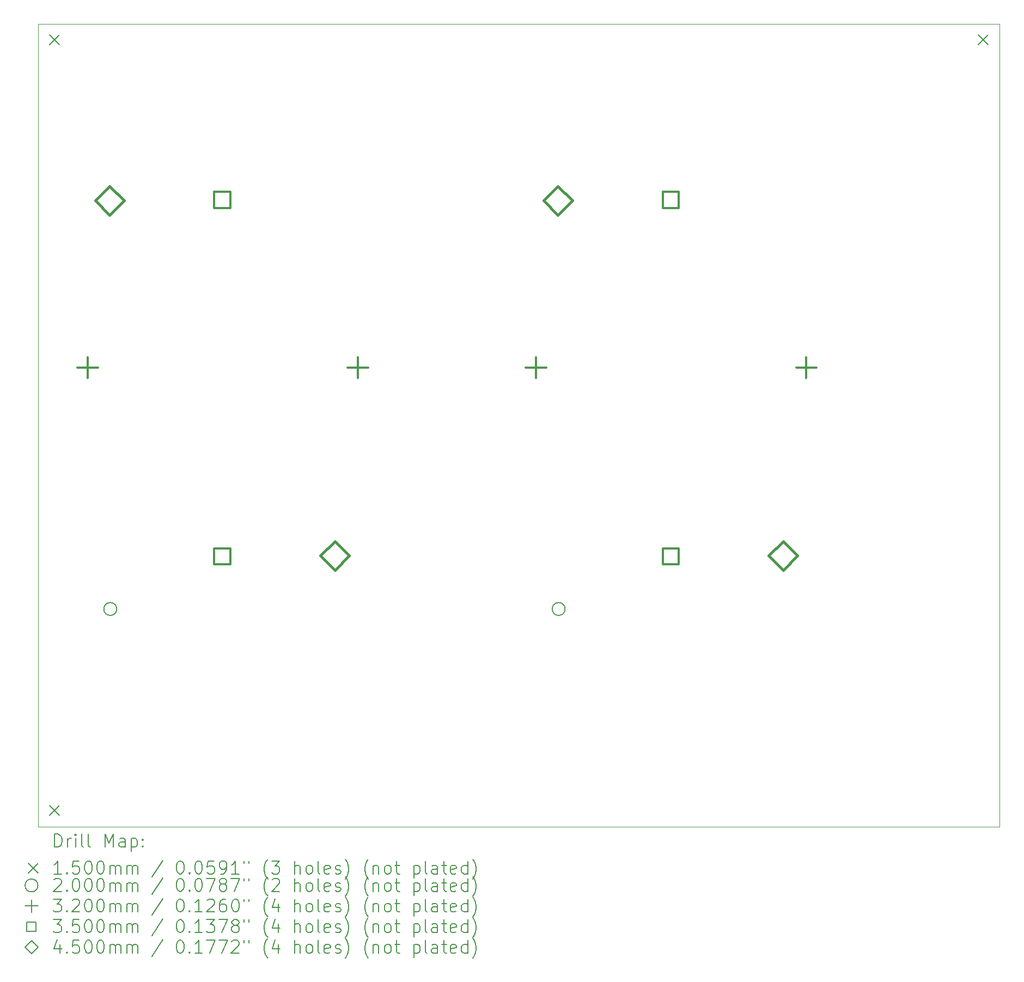
<source format=gbr>
%TF.GenerationSoftware,KiCad,Pcbnew,9.0.2+dfsg-1*%
%TF.CreationDate,2025-07-12T21:44:13+01:00*%
%TF.ProjectId,low-noise-power-probe-panel,6c6f772d-6e6f-4697-9365-2d706f776572,rev?*%
%TF.SameCoordinates,Original*%
%TF.FileFunction,Drillmap*%
%TF.FilePolarity,Positive*%
%FSLAX45Y45*%
G04 Gerber Fmt 4.5, Leading zero omitted, Abs format (unit mm)*
G04 Created by KiCad (PCBNEW 9.0.2+dfsg-1) date 2025-07-12 21:44:13*
%MOMM*%
%LPD*%
G01*
G04 APERTURE LIST*
%ADD10C,0.100000*%
%ADD11C,0.200000*%
%ADD12C,0.150000*%
%ADD13C,0.320000*%
%ADD14C,0.350000*%
%ADD15C,0.450000*%
G04 APERTURE END LIST*
D10*
X28468775Y-14480000D02*
X28469875Y-14479973D01*
X13531225Y-2000000D02*
X13530124Y-2000027D01*
X28468773Y-2000000D02*
X13531227Y-2000000D01*
X13530027Y-2000124D02*
X13530000Y-2001225D01*
X28469875Y-2000027D02*
X28468775Y-2000000D01*
X28470000Y-2001225D02*
X28469973Y-2000124D01*
X13530000Y-14478775D02*
X13530027Y-14479875D01*
X28469973Y-14479875D02*
X28470000Y-14478775D01*
X13530000Y-2001227D02*
X13530000Y-14478773D01*
X13530124Y-14479973D02*
X13531225Y-14480000D01*
X28470000Y-14478773D02*
X28470000Y-2001227D01*
X13531227Y-14480000D02*
X28468773Y-14480000D01*
D11*
D12*
X13705000Y-2175000D02*
X13855000Y-2325000D01*
X13855000Y-2175000D02*
X13705000Y-2325000D01*
X13705000Y-14155000D02*
X13855000Y-14305000D01*
X13855000Y-14155000D02*
X13705000Y-14305000D01*
X28145000Y-2175000D02*
X28295000Y-2325000D01*
X28295000Y-2175000D02*
X28145000Y-2325000D01*
D11*
X14750000Y-11097500D02*
G75*
G02*
X14550000Y-11097500I-100000J0D01*
G01*
X14550000Y-11097500D02*
G75*
G02*
X14750000Y-11097500I100000J0D01*
G01*
X21720000Y-11097500D02*
G75*
G02*
X21520000Y-11097500I-100000J0D01*
G01*
X21520000Y-11097500D02*
G75*
G02*
X21720000Y-11097500I100000J0D01*
G01*
D13*
X14300000Y-7187500D02*
X14300000Y-7507500D01*
X14140000Y-7347500D02*
X14460000Y-7347500D01*
X18500000Y-7187500D02*
X18500000Y-7507500D01*
X18340000Y-7347500D02*
X18660000Y-7347500D01*
X21270000Y-7187500D02*
X21270000Y-7507500D01*
X21110000Y-7347500D02*
X21430000Y-7347500D01*
X25470000Y-7187500D02*
X25470000Y-7507500D01*
X25310000Y-7347500D02*
X25630000Y-7347500D01*
D14*
X16513745Y-4861245D02*
X16513745Y-4613755D01*
X16266255Y-4613755D01*
X16266255Y-4861245D01*
X16513745Y-4861245D01*
X16513745Y-10401245D02*
X16513745Y-10153755D01*
X16266255Y-10153755D01*
X16266255Y-10401245D01*
X16513745Y-10401245D01*
X23483745Y-4861245D02*
X23483745Y-4613755D01*
X23236255Y-4613755D01*
X23236255Y-4861245D01*
X23483745Y-4861245D01*
X23483745Y-10401245D02*
X23483745Y-10153755D01*
X23236255Y-10153755D01*
X23236255Y-10401245D01*
X23483745Y-10401245D01*
D15*
X14640000Y-4972500D02*
X14865000Y-4747500D01*
X14640000Y-4522500D01*
X14415000Y-4747500D01*
X14640000Y-4972500D01*
X18140000Y-10492500D02*
X18365000Y-10267500D01*
X18140000Y-10042500D01*
X17915000Y-10267500D01*
X18140000Y-10492500D01*
X21610000Y-4972500D02*
X21835000Y-4747500D01*
X21610000Y-4522500D01*
X21385000Y-4747500D01*
X21610000Y-4972500D01*
X25110000Y-10492500D02*
X25335000Y-10267500D01*
X25110000Y-10042500D01*
X24885000Y-10267500D01*
X25110000Y-10492500D01*
D11*
X13785777Y-14796484D02*
X13785777Y-14596484D01*
X13785777Y-14596484D02*
X13833396Y-14596484D01*
X13833396Y-14596484D02*
X13861967Y-14606008D01*
X13861967Y-14606008D02*
X13881015Y-14625055D01*
X13881015Y-14625055D02*
X13890539Y-14644103D01*
X13890539Y-14644103D02*
X13900062Y-14682198D01*
X13900062Y-14682198D02*
X13900062Y-14710769D01*
X13900062Y-14710769D02*
X13890539Y-14748865D01*
X13890539Y-14748865D02*
X13881015Y-14767912D01*
X13881015Y-14767912D02*
X13861967Y-14786960D01*
X13861967Y-14786960D02*
X13833396Y-14796484D01*
X13833396Y-14796484D02*
X13785777Y-14796484D01*
X13985777Y-14796484D02*
X13985777Y-14663150D01*
X13985777Y-14701246D02*
X13995301Y-14682198D01*
X13995301Y-14682198D02*
X14004824Y-14672674D01*
X14004824Y-14672674D02*
X14023872Y-14663150D01*
X14023872Y-14663150D02*
X14042920Y-14663150D01*
X14109586Y-14796484D02*
X14109586Y-14663150D01*
X14109586Y-14596484D02*
X14100062Y-14606008D01*
X14100062Y-14606008D02*
X14109586Y-14615531D01*
X14109586Y-14615531D02*
X14119110Y-14606008D01*
X14119110Y-14606008D02*
X14109586Y-14596484D01*
X14109586Y-14596484D02*
X14109586Y-14615531D01*
X14233396Y-14796484D02*
X14214348Y-14786960D01*
X14214348Y-14786960D02*
X14204824Y-14767912D01*
X14204824Y-14767912D02*
X14204824Y-14596484D01*
X14338158Y-14796484D02*
X14319110Y-14786960D01*
X14319110Y-14786960D02*
X14309586Y-14767912D01*
X14309586Y-14767912D02*
X14309586Y-14596484D01*
X14566729Y-14796484D02*
X14566729Y-14596484D01*
X14566729Y-14596484D02*
X14633396Y-14739341D01*
X14633396Y-14739341D02*
X14700062Y-14596484D01*
X14700062Y-14596484D02*
X14700062Y-14796484D01*
X14881015Y-14796484D02*
X14881015Y-14691722D01*
X14881015Y-14691722D02*
X14871491Y-14672674D01*
X14871491Y-14672674D02*
X14852443Y-14663150D01*
X14852443Y-14663150D02*
X14814348Y-14663150D01*
X14814348Y-14663150D02*
X14795301Y-14672674D01*
X14881015Y-14786960D02*
X14861967Y-14796484D01*
X14861967Y-14796484D02*
X14814348Y-14796484D01*
X14814348Y-14796484D02*
X14795301Y-14786960D01*
X14795301Y-14786960D02*
X14785777Y-14767912D01*
X14785777Y-14767912D02*
X14785777Y-14748865D01*
X14785777Y-14748865D02*
X14795301Y-14729817D01*
X14795301Y-14729817D02*
X14814348Y-14720293D01*
X14814348Y-14720293D02*
X14861967Y-14720293D01*
X14861967Y-14720293D02*
X14881015Y-14710769D01*
X14976253Y-14663150D02*
X14976253Y-14863150D01*
X14976253Y-14672674D02*
X14995301Y-14663150D01*
X14995301Y-14663150D02*
X15033396Y-14663150D01*
X15033396Y-14663150D02*
X15052443Y-14672674D01*
X15052443Y-14672674D02*
X15061967Y-14682198D01*
X15061967Y-14682198D02*
X15071491Y-14701246D01*
X15071491Y-14701246D02*
X15071491Y-14758388D01*
X15071491Y-14758388D02*
X15061967Y-14777436D01*
X15061967Y-14777436D02*
X15052443Y-14786960D01*
X15052443Y-14786960D02*
X15033396Y-14796484D01*
X15033396Y-14796484D02*
X14995301Y-14796484D01*
X14995301Y-14796484D02*
X14976253Y-14786960D01*
X15157205Y-14777436D02*
X15166729Y-14786960D01*
X15166729Y-14786960D02*
X15157205Y-14796484D01*
X15157205Y-14796484D02*
X15147682Y-14786960D01*
X15147682Y-14786960D02*
X15157205Y-14777436D01*
X15157205Y-14777436D02*
X15157205Y-14796484D01*
X15157205Y-14672674D02*
X15166729Y-14682198D01*
X15166729Y-14682198D02*
X15157205Y-14691722D01*
X15157205Y-14691722D02*
X15147682Y-14682198D01*
X15147682Y-14682198D02*
X15157205Y-14672674D01*
X15157205Y-14672674D02*
X15157205Y-14691722D01*
D12*
X13375000Y-15050000D02*
X13525000Y-15200000D01*
X13525000Y-15050000D02*
X13375000Y-15200000D01*
D11*
X13890539Y-15216484D02*
X13776253Y-15216484D01*
X13833396Y-15216484D02*
X13833396Y-15016484D01*
X13833396Y-15016484D02*
X13814348Y-15045055D01*
X13814348Y-15045055D02*
X13795301Y-15064103D01*
X13795301Y-15064103D02*
X13776253Y-15073627D01*
X13976253Y-15197436D02*
X13985777Y-15206960D01*
X13985777Y-15206960D02*
X13976253Y-15216484D01*
X13976253Y-15216484D02*
X13966729Y-15206960D01*
X13966729Y-15206960D02*
X13976253Y-15197436D01*
X13976253Y-15197436D02*
X13976253Y-15216484D01*
X14166729Y-15016484D02*
X14071491Y-15016484D01*
X14071491Y-15016484D02*
X14061967Y-15111722D01*
X14061967Y-15111722D02*
X14071491Y-15102198D01*
X14071491Y-15102198D02*
X14090539Y-15092674D01*
X14090539Y-15092674D02*
X14138158Y-15092674D01*
X14138158Y-15092674D02*
X14157205Y-15102198D01*
X14157205Y-15102198D02*
X14166729Y-15111722D01*
X14166729Y-15111722D02*
X14176253Y-15130769D01*
X14176253Y-15130769D02*
X14176253Y-15178388D01*
X14176253Y-15178388D02*
X14166729Y-15197436D01*
X14166729Y-15197436D02*
X14157205Y-15206960D01*
X14157205Y-15206960D02*
X14138158Y-15216484D01*
X14138158Y-15216484D02*
X14090539Y-15216484D01*
X14090539Y-15216484D02*
X14071491Y-15206960D01*
X14071491Y-15206960D02*
X14061967Y-15197436D01*
X14300062Y-15016484D02*
X14319110Y-15016484D01*
X14319110Y-15016484D02*
X14338158Y-15026008D01*
X14338158Y-15026008D02*
X14347682Y-15035531D01*
X14347682Y-15035531D02*
X14357205Y-15054579D01*
X14357205Y-15054579D02*
X14366729Y-15092674D01*
X14366729Y-15092674D02*
X14366729Y-15140293D01*
X14366729Y-15140293D02*
X14357205Y-15178388D01*
X14357205Y-15178388D02*
X14347682Y-15197436D01*
X14347682Y-15197436D02*
X14338158Y-15206960D01*
X14338158Y-15206960D02*
X14319110Y-15216484D01*
X14319110Y-15216484D02*
X14300062Y-15216484D01*
X14300062Y-15216484D02*
X14281015Y-15206960D01*
X14281015Y-15206960D02*
X14271491Y-15197436D01*
X14271491Y-15197436D02*
X14261967Y-15178388D01*
X14261967Y-15178388D02*
X14252443Y-15140293D01*
X14252443Y-15140293D02*
X14252443Y-15092674D01*
X14252443Y-15092674D02*
X14261967Y-15054579D01*
X14261967Y-15054579D02*
X14271491Y-15035531D01*
X14271491Y-15035531D02*
X14281015Y-15026008D01*
X14281015Y-15026008D02*
X14300062Y-15016484D01*
X14490539Y-15016484D02*
X14509586Y-15016484D01*
X14509586Y-15016484D02*
X14528634Y-15026008D01*
X14528634Y-15026008D02*
X14538158Y-15035531D01*
X14538158Y-15035531D02*
X14547682Y-15054579D01*
X14547682Y-15054579D02*
X14557205Y-15092674D01*
X14557205Y-15092674D02*
X14557205Y-15140293D01*
X14557205Y-15140293D02*
X14547682Y-15178388D01*
X14547682Y-15178388D02*
X14538158Y-15197436D01*
X14538158Y-15197436D02*
X14528634Y-15206960D01*
X14528634Y-15206960D02*
X14509586Y-15216484D01*
X14509586Y-15216484D02*
X14490539Y-15216484D01*
X14490539Y-15216484D02*
X14471491Y-15206960D01*
X14471491Y-15206960D02*
X14461967Y-15197436D01*
X14461967Y-15197436D02*
X14452443Y-15178388D01*
X14452443Y-15178388D02*
X14442920Y-15140293D01*
X14442920Y-15140293D02*
X14442920Y-15092674D01*
X14442920Y-15092674D02*
X14452443Y-15054579D01*
X14452443Y-15054579D02*
X14461967Y-15035531D01*
X14461967Y-15035531D02*
X14471491Y-15026008D01*
X14471491Y-15026008D02*
X14490539Y-15016484D01*
X14642920Y-15216484D02*
X14642920Y-15083150D01*
X14642920Y-15102198D02*
X14652443Y-15092674D01*
X14652443Y-15092674D02*
X14671491Y-15083150D01*
X14671491Y-15083150D02*
X14700063Y-15083150D01*
X14700063Y-15083150D02*
X14719110Y-15092674D01*
X14719110Y-15092674D02*
X14728634Y-15111722D01*
X14728634Y-15111722D02*
X14728634Y-15216484D01*
X14728634Y-15111722D02*
X14738158Y-15092674D01*
X14738158Y-15092674D02*
X14757205Y-15083150D01*
X14757205Y-15083150D02*
X14785777Y-15083150D01*
X14785777Y-15083150D02*
X14804824Y-15092674D01*
X14804824Y-15092674D02*
X14814348Y-15111722D01*
X14814348Y-15111722D02*
X14814348Y-15216484D01*
X14909586Y-15216484D02*
X14909586Y-15083150D01*
X14909586Y-15102198D02*
X14919110Y-15092674D01*
X14919110Y-15092674D02*
X14938158Y-15083150D01*
X14938158Y-15083150D02*
X14966729Y-15083150D01*
X14966729Y-15083150D02*
X14985777Y-15092674D01*
X14985777Y-15092674D02*
X14995301Y-15111722D01*
X14995301Y-15111722D02*
X14995301Y-15216484D01*
X14995301Y-15111722D02*
X15004824Y-15092674D01*
X15004824Y-15092674D02*
X15023872Y-15083150D01*
X15023872Y-15083150D02*
X15052443Y-15083150D01*
X15052443Y-15083150D02*
X15071491Y-15092674D01*
X15071491Y-15092674D02*
X15081015Y-15111722D01*
X15081015Y-15111722D02*
X15081015Y-15216484D01*
X15471491Y-15006960D02*
X15300063Y-15264103D01*
X15728634Y-15016484D02*
X15747682Y-15016484D01*
X15747682Y-15016484D02*
X15766729Y-15026008D01*
X15766729Y-15026008D02*
X15776253Y-15035531D01*
X15776253Y-15035531D02*
X15785777Y-15054579D01*
X15785777Y-15054579D02*
X15795301Y-15092674D01*
X15795301Y-15092674D02*
X15795301Y-15140293D01*
X15795301Y-15140293D02*
X15785777Y-15178388D01*
X15785777Y-15178388D02*
X15776253Y-15197436D01*
X15776253Y-15197436D02*
X15766729Y-15206960D01*
X15766729Y-15206960D02*
X15747682Y-15216484D01*
X15747682Y-15216484D02*
X15728634Y-15216484D01*
X15728634Y-15216484D02*
X15709586Y-15206960D01*
X15709586Y-15206960D02*
X15700063Y-15197436D01*
X15700063Y-15197436D02*
X15690539Y-15178388D01*
X15690539Y-15178388D02*
X15681015Y-15140293D01*
X15681015Y-15140293D02*
X15681015Y-15092674D01*
X15681015Y-15092674D02*
X15690539Y-15054579D01*
X15690539Y-15054579D02*
X15700063Y-15035531D01*
X15700063Y-15035531D02*
X15709586Y-15026008D01*
X15709586Y-15026008D02*
X15728634Y-15016484D01*
X15881015Y-15197436D02*
X15890539Y-15206960D01*
X15890539Y-15206960D02*
X15881015Y-15216484D01*
X15881015Y-15216484D02*
X15871491Y-15206960D01*
X15871491Y-15206960D02*
X15881015Y-15197436D01*
X15881015Y-15197436D02*
X15881015Y-15216484D01*
X16014348Y-15016484D02*
X16033396Y-15016484D01*
X16033396Y-15016484D02*
X16052444Y-15026008D01*
X16052444Y-15026008D02*
X16061967Y-15035531D01*
X16061967Y-15035531D02*
X16071491Y-15054579D01*
X16071491Y-15054579D02*
X16081015Y-15092674D01*
X16081015Y-15092674D02*
X16081015Y-15140293D01*
X16081015Y-15140293D02*
X16071491Y-15178388D01*
X16071491Y-15178388D02*
X16061967Y-15197436D01*
X16061967Y-15197436D02*
X16052444Y-15206960D01*
X16052444Y-15206960D02*
X16033396Y-15216484D01*
X16033396Y-15216484D02*
X16014348Y-15216484D01*
X16014348Y-15216484D02*
X15995301Y-15206960D01*
X15995301Y-15206960D02*
X15985777Y-15197436D01*
X15985777Y-15197436D02*
X15976253Y-15178388D01*
X15976253Y-15178388D02*
X15966729Y-15140293D01*
X15966729Y-15140293D02*
X15966729Y-15092674D01*
X15966729Y-15092674D02*
X15976253Y-15054579D01*
X15976253Y-15054579D02*
X15985777Y-15035531D01*
X15985777Y-15035531D02*
X15995301Y-15026008D01*
X15995301Y-15026008D02*
X16014348Y-15016484D01*
X16261967Y-15016484D02*
X16166729Y-15016484D01*
X16166729Y-15016484D02*
X16157206Y-15111722D01*
X16157206Y-15111722D02*
X16166729Y-15102198D01*
X16166729Y-15102198D02*
X16185777Y-15092674D01*
X16185777Y-15092674D02*
X16233396Y-15092674D01*
X16233396Y-15092674D02*
X16252444Y-15102198D01*
X16252444Y-15102198D02*
X16261967Y-15111722D01*
X16261967Y-15111722D02*
X16271491Y-15130769D01*
X16271491Y-15130769D02*
X16271491Y-15178388D01*
X16271491Y-15178388D02*
X16261967Y-15197436D01*
X16261967Y-15197436D02*
X16252444Y-15206960D01*
X16252444Y-15206960D02*
X16233396Y-15216484D01*
X16233396Y-15216484D02*
X16185777Y-15216484D01*
X16185777Y-15216484D02*
X16166729Y-15206960D01*
X16166729Y-15206960D02*
X16157206Y-15197436D01*
X16366729Y-15216484D02*
X16404825Y-15216484D01*
X16404825Y-15216484D02*
X16423872Y-15206960D01*
X16423872Y-15206960D02*
X16433396Y-15197436D01*
X16433396Y-15197436D02*
X16452444Y-15168865D01*
X16452444Y-15168865D02*
X16461967Y-15130769D01*
X16461967Y-15130769D02*
X16461967Y-15054579D01*
X16461967Y-15054579D02*
X16452444Y-15035531D01*
X16452444Y-15035531D02*
X16442920Y-15026008D01*
X16442920Y-15026008D02*
X16423872Y-15016484D01*
X16423872Y-15016484D02*
X16385777Y-15016484D01*
X16385777Y-15016484D02*
X16366729Y-15026008D01*
X16366729Y-15026008D02*
X16357206Y-15035531D01*
X16357206Y-15035531D02*
X16347682Y-15054579D01*
X16347682Y-15054579D02*
X16347682Y-15102198D01*
X16347682Y-15102198D02*
X16357206Y-15121246D01*
X16357206Y-15121246D02*
X16366729Y-15130769D01*
X16366729Y-15130769D02*
X16385777Y-15140293D01*
X16385777Y-15140293D02*
X16423872Y-15140293D01*
X16423872Y-15140293D02*
X16442920Y-15130769D01*
X16442920Y-15130769D02*
X16452444Y-15121246D01*
X16452444Y-15121246D02*
X16461967Y-15102198D01*
X16652444Y-15216484D02*
X16538158Y-15216484D01*
X16595301Y-15216484D02*
X16595301Y-15016484D01*
X16595301Y-15016484D02*
X16576253Y-15045055D01*
X16576253Y-15045055D02*
X16557206Y-15064103D01*
X16557206Y-15064103D02*
X16538158Y-15073627D01*
X16728634Y-15016484D02*
X16728634Y-15054579D01*
X16804825Y-15016484D02*
X16804825Y-15054579D01*
X17100063Y-15292674D02*
X17090539Y-15283150D01*
X17090539Y-15283150D02*
X17071491Y-15254579D01*
X17071491Y-15254579D02*
X17061968Y-15235531D01*
X17061968Y-15235531D02*
X17052444Y-15206960D01*
X17052444Y-15206960D02*
X17042920Y-15159341D01*
X17042920Y-15159341D02*
X17042920Y-15121246D01*
X17042920Y-15121246D02*
X17052444Y-15073627D01*
X17052444Y-15073627D02*
X17061968Y-15045055D01*
X17061968Y-15045055D02*
X17071491Y-15026008D01*
X17071491Y-15026008D02*
X17090539Y-14997436D01*
X17090539Y-14997436D02*
X17100063Y-14987912D01*
X17157206Y-15016484D02*
X17281015Y-15016484D01*
X17281015Y-15016484D02*
X17214349Y-15092674D01*
X17214349Y-15092674D02*
X17242920Y-15092674D01*
X17242920Y-15092674D02*
X17261968Y-15102198D01*
X17261968Y-15102198D02*
X17271491Y-15111722D01*
X17271491Y-15111722D02*
X17281015Y-15130769D01*
X17281015Y-15130769D02*
X17281015Y-15178388D01*
X17281015Y-15178388D02*
X17271491Y-15197436D01*
X17271491Y-15197436D02*
X17261968Y-15206960D01*
X17261968Y-15206960D02*
X17242920Y-15216484D01*
X17242920Y-15216484D02*
X17185777Y-15216484D01*
X17185777Y-15216484D02*
X17166730Y-15206960D01*
X17166730Y-15206960D02*
X17157206Y-15197436D01*
X17519111Y-15216484D02*
X17519111Y-15016484D01*
X17604825Y-15216484D02*
X17604825Y-15111722D01*
X17604825Y-15111722D02*
X17595301Y-15092674D01*
X17595301Y-15092674D02*
X17576253Y-15083150D01*
X17576253Y-15083150D02*
X17547682Y-15083150D01*
X17547682Y-15083150D02*
X17528634Y-15092674D01*
X17528634Y-15092674D02*
X17519111Y-15102198D01*
X17728634Y-15216484D02*
X17709587Y-15206960D01*
X17709587Y-15206960D02*
X17700063Y-15197436D01*
X17700063Y-15197436D02*
X17690539Y-15178388D01*
X17690539Y-15178388D02*
X17690539Y-15121246D01*
X17690539Y-15121246D02*
X17700063Y-15102198D01*
X17700063Y-15102198D02*
X17709587Y-15092674D01*
X17709587Y-15092674D02*
X17728634Y-15083150D01*
X17728634Y-15083150D02*
X17757206Y-15083150D01*
X17757206Y-15083150D02*
X17776253Y-15092674D01*
X17776253Y-15092674D02*
X17785777Y-15102198D01*
X17785777Y-15102198D02*
X17795301Y-15121246D01*
X17795301Y-15121246D02*
X17795301Y-15178388D01*
X17795301Y-15178388D02*
X17785777Y-15197436D01*
X17785777Y-15197436D02*
X17776253Y-15206960D01*
X17776253Y-15206960D02*
X17757206Y-15216484D01*
X17757206Y-15216484D02*
X17728634Y-15216484D01*
X17909587Y-15216484D02*
X17890539Y-15206960D01*
X17890539Y-15206960D02*
X17881015Y-15187912D01*
X17881015Y-15187912D02*
X17881015Y-15016484D01*
X18061968Y-15206960D02*
X18042920Y-15216484D01*
X18042920Y-15216484D02*
X18004825Y-15216484D01*
X18004825Y-15216484D02*
X17985777Y-15206960D01*
X17985777Y-15206960D02*
X17976253Y-15187912D01*
X17976253Y-15187912D02*
X17976253Y-15111722D01*
X17976253Y-15111722D02*
X17985777Y-15092674D01*
X17985777Y-15092674D02*
X18004825Y-15083150D01*
X18004825Y-15083150D02*
X18042920Y-15083150D01*
X18042920Y-15083150D02*
X18061968Y-15092674D01*
X18061968Y-15092674D02*
X18071492Y-15111722D01*
X18071492Y-15111722D02*
X18071492Y-15130769D01*
X18071492Y-15130769D02*
X17976253Y-15149817D01*
X18147682Y-15206960D02*
X18166730Y-15216484D01*
X18166730Y-15216484D02*
X18204825Y-15216484D01*
X18204825Y-15216484D02*
X18223873Y-15206960D01*
X18223873Y-15206960D02*
X18233396Y-15187912D01*
X18233396Y-15187912D02*
X18233396Y-15178388D01*
X18233396Y-15178388D02*
X18223873Y-15159341D01*
X18223873Y-15159341D02*
X18204825Y-15149817D01*
X18204825Y-15149817D02*
X18176253Y-15149817D01*
X18176253Y-15149817D02*
X18157206Y-15140293D01*
X18157206Y-15140293D02*
X18147682Y-15121246D01*
X18147682Y-15121246D02*
X18147682Y-15111722D01*
X18147682Y-15111722D02*
X18157206Y-15092674D01*
X18157206Y-15092674D02*
X18176253Y-15083150D01*
X18176253Y-15083150D02*
X18204825Y-15083150D01*
X18204825Y-15083150D02*
X18223873Y-15092674D01*
X18300063Y-15292674D02*
X18309587Y-15283150D01*
X18309587Y-15283150D02*
X18328634Y-15254579D01*
X18328634Y-15254579D02*
X18338158Y-15235531D01*
X18338158Y-15235531D02*
X18347682Y-15206960D01*
X18347682Y-15206960D02*
X18357206Y-15159341D01*
X18357206Y-15159341D02*
X18357206Y-15121246D01*
X18357206Y-15121246D02*
X18347682Y-15073627D01*
X18347682Y-15073627D02*
X18338158Y-15045055D01*
X18338158Y-15045055D02*
X18328634Y-15026008D01*
X18328634Y-15026008D02*
X18309587Y-14997436D01*
X18309587Y-14997436D02*
X18300063Y-14987912D01*
X18661968Y-15292674D02*
X18652444Y-15283150D01*
X18652444Y-15283150D02*
X18633396Y-15254579D01*
X18633396Y-15254579D02*
X18623873Y-15235531D01*
X18623873Y-15235531D02*
X18614349Y-15206960D01*
X18614349Y-15206960D02*
X18604825Y-15159341D01*
X18604825Y-15159341D02*
X18604825Y-15121246D01*
X18604825Y-15121246D02*
X18614349Y-15073627D01*
X18614349Y-15073627D02*
X18623873Y-15045055D01*
X18623873Y-15045055D02*
X18633396Y-15026008D01*
X18633396Y-15026008D02*
X18652444Y-14997436D01*
X18652444Y-14997436D02*
X18661968Y-14987912D01*
X18738158Y-15083150D02*
X18738158Y-15216484D01*
X18738158Y-15102198D02*
X18747682Y-15092674D01*
X18747682Y-15092674D02*
X18766730Y-15083150D01*
X18766730Y-15083150D02*
X18795301Y-15083150D01*
X18795301Y-15083150D02*
X18814349Y-15092674D01*
X18814349Y-15092674D02*
X18823873Y-15111722D01*
X18823873Y-15111722D02*
X18823873Y-15216484D01*
X18947682Y-15216484D02*
X18928634Y-15206960D01*
X18928634Y-15206960D02*
X18919111Y-15197436D01*
X18919111Y-15197436D02*
X18909587Y-15178388D01*
X18909587Y-15178388D02*
X18909587Y-15121246D01*
X18909587Y-15121246D02*
X18919111Y-15102198D01*
X18919111Y-15102198D02*
X18928634Y-15092674D01*
X18928634Y-15092674D02*
X18947682Y-15083150D01*
X18947682Y-15083150D02*
X18976254Y-15083150D01*
X18976254Y-15083150D02*
X18995301Y-15092674D01*
X18995301Y-15092674D02*
X19004825Y-15102198D01*
X19004825Y-15102198D02*
X19014349Y-15121246D01*
X19014349Y-15121246D02*
X19014349Y-15178388D01*
X19014349Y-15178388D02*
X19004825Y-15197436D01*
X19004825Y-15197436D02*
X18995301Y-15206960D01*
X18995301Y-15206960D02*
X18976254Y-15216484D01*
X18976254Y-15216484D02*
X18947682Y-15216484D01*
X19071492Y-15083150D02*
X19147682Y-15083150D01*
X19100063Y-15016484D02*
X19100063Y-15187912D01*
X19100063Y-15187912D02*
X19109587Y-15206960D01*
X19109587Y-15206960D02*
X19128634Y-15216484D01*
X19128634Y-15216484D02*
X19147682Y-15216484D01*
X19366730Y-15083150D02*
X19366730Y-15283150D01*
X19366730Y-15092674D02*
X19385777Y-15083150D01*
X19385777Y-15083150D02*
X19423873Y-15083150D01*
X19423873Y-15083150D02*
X19442920Y-15092674D01*
X19442920Y-15092674D02*
X19452444Y-15102198D01*
X19452444Y-15102198D02*
X19461968Y-15121246D01*
X19461968Y-15121246D02*
X19461968Y-15178388D01*
X19461968Y-15178388D02*
X19452444Y-15197436D01*
X19452444Y-15197436D02*
X19442920Y-15206960D01*
X19442920Y-15206960D02*
X19423873Y-15216484D01*
X19423873Y-15216484D02*
X19385777Y-15216484D01*
X19385777Y-15216484D02*
X19366730Y-15206960D01*
X19576254Y-15216484D02*
X19557206Y-15206960D01*
X19557206Y-15206960D02*
X19547682Y-15187912D01*
X19547682Y-15187912D02*
X19547682Y-15016484D01*
X19738158Y-15216484D02*
X19738158Y-15111722D01*
X19738158Y-15111722D02*
X19728635Y-15092674D01*
X19728635Y-15092674D02*
X19709587Y-15083150D01*
X19709587Y-15083150D02*
X19671492Y-15083150D01*
X19671492Y-15083150D02*
X19652444Y-15092674D01*
X19738158Y-15206960D02*
X19719111Y-15216484D01*
X19719111Y-15216484D02*
X19671492Y-15216484D01*
X19671492Y-15216484D02*
X19652444Y-15206960D01*
X19652444Y-15206960D02*
X19642920Y-15187912D01*
X19642920Y-15187912D02*
X19642920Y-15168865D01*
X19642920Y-15168865D02*
X19652444Y-15149817D01*
X19652444Y-15149817D02*
X19671492Y-15140293D01*
X19671492Y-15140293D02*
X19719111Y-15140293D01*
X19719111Y-15140293D02*
X19738158Y-15130769D01*
X19804825Y-15083150D02*
X19881015Y-15083150D01*
X19833396Y-15016484D02*
X19833396Y-15187912D01*
X19833396Y-15187912D02*
X19842920Y-15206960D01*
X19842920Y-15206960D02*
X19861968Y-15216484D01*
X19861968Y-15216484D02*
X19881015Y-15216484D01*
X20023873Y-15206960D02*
X20004825Y-15216484D01*
X20004825Y-15216484D02*
X19966730Y-15216484D01*
X19966730Y-15216484D02*
X19947682Y-15206960D01*
X19947682Y-15206960D02*
X19938158Y-15187912D01*
X19938158Y-15187912D02*
X19938158Y-15111722D01*
X19938158Y-15111722D02*
X19947682Y-15092674D01*
X19947682Y-15092674D02*
X19966730Y-15083150D01*
X19966730Y-15083150D02*
X20004825Y-15083150D01*
X20004825Y-15083150D02*
X20023873Y-15092674D01*
X20023873Y-15092674D02*
X20033396Y-15111722D01*
X20033396Y-15111722D02*
X20033396Y-15130769D01*
X20033396Y-15130769D02*
X19938158Y-15149817D01*
X20204825Y-15216484D02*
X20204825Y-15016484D01*
X20204825Y-15206960D02*
X20185777Y-15216484D01*
X20185777Y-15216484D02*
X20147682Y-15216484D01*
X20147682Y-15216484D02*
X20128635Y-15206960D01*
X20128635Y-15206960D02*
X20119111Y-15197436D01*
X20119111Y-15197436D02*
X20109587Y-15178388D01*
X20109587Y-15178388D02*
X20109587Y-15121246D01*
X20109587Y-15121246D02*
X20119111Y-15102198D01*
X20119111Y-15102198D02*
X20128635Y-15092674D01*
X20128635Y-15092674D02*
X20147682Y-15083150D01*
X20147682Y-15083150D02*
X20185777Y-15083150D01*
X20185777Y-15083150D02*
X20204825Y-15092674D01*
X20281016Y-15292674D02*
X20290539Y-15283150D01*
X20290539Y-15283150D02*
X20309587Y-15254579D01*
X20309587Y-15254579D02*
X20319111Y-15235531D01*
X20319111Y-15235531D02*
X20328635Y-15206960D01*
X20328635Y-15206960D02*
X20338158Y-15159341D01*
X20338158Y-15159341D02*
X20338158Y-15121246D01*
X20338158Y-15121246D02*
X20328635Y-15073627D01*
X20328635Y-15073627D02*
X20319111Y-15045055D01*
X20319111Y-15045055D02*
X20309587Y-15026008D01*
X20309587Y-15026008D02*
X20290539Y-14997436D01*
X20290539Y-14997436D02*
X20281016Y-14987912D01*
X13525000Y-15395000D02*
G75*
G02*
X13325000Y-15395000I-100000J0D01*
G01*
X13325000Y-15395000D02*
G75*
G02*
X13525000Y-15395000I100000J0D01*
G01*
X13776253Y-15305531D02*
X13785777Y-15296008D01*
X13785777Y-15296008D02*
X13804824Y-15286484D01*
X13804824Y-15286484D02*
X13852443Y-15286484D01*
X13852443Y-15286484D02*
X13871491Y-15296008D01*
X13871491Y-15296008D02*
X13881015Y-15305531D01*
X13881015Y-15305531D02*
X13890539Y-15324579D01*
X13890539Y-15324579D02*
X13890539Y-15343627D01*
X13890539Y-15343627D02*
X13881015Y-15372198D01*
X13881015Y-15372198D02*
X13766729Y-15486484D01*
X13766729Y-15486484D02*
X13890539Y-15486484D01*
X13976253Y-15467436D02*
X13985777Y-15476960D01*
X13985777Y-15476960D02*
X13976253Y-15486484D01*
X13976253Y-15486484D02*
X13966729Y-15476960D01*
X13966729Y-15476960D02*
X13976253Y-15467436D01*
X13976253Y-15467436D02*
X13976253Y-15486484D01*
X14109586Y-15286484D02*
X14128634Y-15286484D01*
X14128634Y-15286484D02*
X14147682Y-15296008D01*
X14147682Y-15296008D02*
X14157205Y-15305531D01*
X14157205Y-15305531D02*
X14166729Y-15324579D01*
X14166729Y-15324579D02*
X14176253Y-15362674D01*
X14176253Y-15362674D02*
X14176253Y-15410293D01*
X14176253Y-15410293D02*
X14166729Y-15448388D01*
X14166729Y-15448388D02*
X14157205Y-15467436D01*
X14157205Y-15467436D02*
X14147682Y-15476960D01*
X14147682Y-15476960D02*
X14128634Y-15486484D01*
X14128634Y-15486484D02*
X14109586Y-15486484D01*
X14109586Y-15486484D02*
X14090539Y-15476960D01*
X14090539Y-15476960D02*
X14081015Y-15467436D01*
X14081015Y-15467436D02*
X14071491Y-15448388D01*
X14071491Y-15448388D02*
X14061967Y-15410293D01*
X14061967Y-15410293D02*
X14061967Y-15362674D01*
X14061967Y-15362674D02*
X14071491Y-15324579D01*
X14071491Y-15324579D02*
X14081015Y-15305531D01*
X14081015Y-15305531D02*
X14090539Y-15296008D01*
X14090539Y-15296008D02*
X14109586Y-15286484D01*
X14300062Y-15286484D02*
X14319110Y-15286484D01*
X14319110Y-15286484D02*
X14338158Y-15296008D01*
X14338158Y-15296008D02*
X14347682Y-15305531D01*
X14347682Y-15305531D02*
X14357205Y-15324579D01*
X14357205Y-15324579D02*
X14366729Y-15362674D01*
X14366729Y-15362674D02*
X14366729Y-15410293D01*
X14366729Y-15410293D02*
X14357205Y-15448388D01*
X14357205Y-15448388D02*
X14347682Y-15467436D01*
X14347682Y-15467436D02*
X14338158Y-15476960D01*
X14338158Y-15476960D02*
X14319110Y-15486484D01*
X14319110Y-15486484D02*
X14300062Y-15486484D01*
X14300062Y-15486484D02*
X14281015Y-15476960D01*
X14281015Y-15476960D02*
X14271491Y-15467436D01*
X14271491Y-15467436D02*
X14261967Y-15448388D01*
X14261967Y-15448388D02*
X14252443Y-15410293D01*
X14252443Y-15410293D02*
X14252443Y-15362674D01*
X14252443Y-15362674D02*
X14261967Y-15324579D01*
X14261967Y-15324579D02*
X14271491Y-15305531D01*
X14271491Y-15305531D02*
X14281015Y-15296008D01*
X14281015Y-15296008D02*
X14300062Y-15286484D01*
X14490539Y-15286484D02*
X14509586Y-15286484D01*
X14509586Y-15286484D02*
X14528634Y-15296008D01*
X14528634Y-15296008D02*
X14538158Y-15305531D01*
X14538158Y-15305531D02*
X14547682Y-15324579D01*
X14547682Y-15324579D02*
X14557205Y-15362674D01*
X14557205Y-15362674D02*
X14557205Y-15410293D01*
X14557205Y-15410293D02*
X14547682Y-15448388D01*
X14547682Y-15448388D02*
X14538158Y-15467436D01*
X14538158Y-15467436D02*
X14528634Y-15476960D01*
X14528634Y-15476960D02*
X14509586Y-15486484D01*
X14509586Y-15486484D02*
X14490539Y-15486484D01*
X14490539Y-15486484D02*
X14471491Y-15476960D01*
X14471491Y-15476960D02*
X14461967Y-15467436D01*
X14461967Y-15467436D02*
X14452443Y-15448388D01*
X14452443Y-15448388D02*
X14442920Y-15410293D01*
X14442920Y-15410293D02*
X14442920Y-15362674D01*
X14442920Y-15362674D02*
X14452443Y-15324579D01*
X14452443Y-15324579D02*
X14461967Y-15305531D01*
X14461967Y-15305531D02*
X14471491Y-15296008D01*
X14471491Y-15296008D02*
X14490539Y-15286484D01*
X14642920Y-15486484D02*
X14642920Y-15353150D01*
X14642920Y-15372198D02*
X14652443Y-15362674D01*
X14652443Y-15362674D02*
X14671491Y-15353150D01*
X14671491Y-15353150D02*
X14700063Y-15353150D01*
X14700063Y-15353150D02*
X14719110Y-15362674D01*
X14719110Y-15362674D02*
X14728634Y-15381722D01*
X14728634Y-15381722D02*
X14728634Y-15486484D01*
X14728634Y-15381722D02*
X14738158Y-15362674D01*
X14738158Y-15362674D02*
X14757205Y-15353150D01*
X14757205Y-15353150D02*
X14785777Y-15353150D01*
X14785777Y-15353150D02*
X14804824Y-15362674D01*
X14804824Y-15362674D02*
X14814348Y-15381722D01*
X14814348Y-15381722D02*
X14814348Y-15486484D01*
X14909586Y-15486484D02*
X14909586Y-15353150D01*
X14909586Y-15372198D02*
X14919110Y-15362674D01*
X14919110Y-15362674D02*
X14938158Y-15353150D01*
X14938158Y-15353150D02*
X14966729Y-15353150D01*
X14966729Y-15353150D02*
X14985777Y-15362674D01*
X14985777Y-15362674D02*
X14995301Y-15381722D01*
X14995301Y-15381722D02*
X14995301Y-15486484D01*
X14995301Y-15381722D02*
X15004824Y-15362674D01*
X15004824Y-15362674D02*
X15023872Y-15353150D01*
X15023872Y-15353150D02*
X15052443Y-15353150D01*
X15052443Y-15353150D02*
X15071491Y-15362674D01*
X15071491Y-15362674D02*
X15081015Y-15381722D01*
X15081015Y-15381722D02*
X15081015Y-15486484D01*
X15471491Y-15276960D02*
X15300063Y-15534103D01*
X15728634Y-15286484D02*
X15747682Y-15286484D01*
X15747682Y-15286484D02*
X15766729Y-15296008D01*
X15766729Y-15296008D02*
X15776253Y-15305531D01*
X15776253Y-15305531D02*
X15785777Y-15324579D01*
X15785777Y-15324579D02*
X15795301Y-15362674D01*
X15795301Y-15362674D02*
X15795301Y-15410293D01*
X15795301Y-15410293D02*
X15785777Y-15448388D01*
X15785777Y-15448388D02*
X15776253Y-15467436D01*
X15776253Y-15467436D02*
X15766729Y-15476960D01*
X15766729Y-15476960D02*
X15747682Y-15486484D01*
X15747682Y-15486484D02*
X15728634Y-15486484D01*
X15728634Y-15486484D02*
X15709586Y-15476960D01*
X15709586Y-15476960D02*
X15700063Y-15467436D01*
X15700063Y-15467436D02*
X15690539Y-15448388D01*
X15690539Y-15448388D02*
X15681015Y-15410293D01*
X15681015Y-15410293D02*
X15681015Y-15362674D01*
X15681015Y-15362674D02*
X15690539Y-15324579D01*
X15690539Y-15324579D02*
X15700063Y-15305531D01*
X15700063Y-15305531D02*
X15709586Y-15296008D01*
X15709586Y-15296008D02*
X15728634Y-15286484D01*
X15881015Y-15467436D02*
X15890539Y-15476960D01*
X15890539Y-15476960D02*
X15881015Y-15486484D01*
X15881015Y-15486484D02*
X15871491Y-15476960D01*
X15871491Y-15476960D02*
X15881015Y-15467436D01*
X15881015Y-15467436D02*
X15881015Y-15486484D01*
X16014348Y-15286484D02*
X16033396Y-15286484D01*
X16033396Y-15286484D02*
X16052444Y-15296008D01*
X16052444Y-15296008D02*
X16061967Y-15305531D01*
X16061967Y-15305531D02*
X16071491Y-15324579D01*
X16071491Y-15324579D02*
X16081015Y-15362674D01*
X16081015Y-15362674D02*
X16081015Y-15410293D01*
X16081015Y-15410293D02*
X16071491Y-15448388D01*
X16071491Y-15448388D02*
X16061967Y-15467436D01*
X16061967Y-15467436D02*
X16052444Y-15476960D01*
X16052444Y-15476960D02*
X16033396Y-15486484D01*
X16033396Y-15486484D02*
X16014348Y-15486484D01*
X16014348Y-15486484D02*
X15995301Y-15476960D01*
X15995301Y-15476960D02*
X15985777Y-15467436D01*
X15985777Y-15467436D02*
X15976253Y-15448388D01*
X15976253Y-15448388D02*
X15966729Y-15410293D01*
X15966729Y-15410293D02*
X15966729Y-15362674D01*
X15966729Y-15362674D02*
X15976253Y-15324579D01*
X15976253Y-15324579D02*
X15985777Y-15305531D01*
X15985777Y-15305531D02*
X15995301Y-15296008D01*
X15995301Y-15296008D02*
X16014348Y-15286484D01*
X16147682Y-15286484D02*
X16281015Y-15286484D01*
X16281015Y-15286484D02*
X16195301Y-15486484D01*
X16385777Y-15372198D02*
X16366729Y-15362674D01*
X16366729Y-15362674D02*
X16357206Y-15353150D01*
X16357206Y-15353150D02*
X16347682Y-15334103D01*
X16347682Y-15334103D02*
X16347682Y-15324579D01*
X16347682Y-15324579D02*
X16357206Y-15305531D01*
X16357206Y-15305531D02*
X16366729Y-15296008D01*
X16366729Y-15296008D02*
X16385777Y-15286484D01*
X16385777Y-15286484D02*
X16423872Y-15286484D01*
X16423872Y-15286484D02*
X16442920Y-15296008D01*
X16442920Y-15296008D02*
X16452444Y-15305531D01*
X16452444Y-15305531D02*
X16461967Y-15324579D01*
X16461967Y-15324579D02*
X16461967Y-15334103D01*
X16461967Y-15334103D02*
X16452444Y-15353150D01*
X16452444Y-15353150D02*
X16442920Y-15362674D01*
X16442920Y-15362674D02*
X16423872Y-15372198D01*
X16423872Y-15372198D02*
X16385777Y-15372198D01*
X16385777Y-15372198D02*
X16366729Y-15381722D01*
X16366729Y-15381722D02*
X16357206Y-15391246D01*
X16357206Y-15391246D02*
X16347682Y-15410293D01*
X16347682Y-15410293D02*
X16347682Y-15448388D01*
X16347682Y-15448388D02*
X16357206Y-15467436D01*
X16357206Y-15467436D02*
X16366729Y-15476960D01*
X16366729Y-15476960D02*
X16385777Y-15486484D01*
X16385777Y-15486484D02*
X16423872Y-15486484D01*
X16423872Y-15486484D02*
X16442920Y-15476960D01*
X16442920Y-15476960D02*
X16452444Y-15467436D01*
X16452444Y-15467436D02*
X16461967Y-15448388D01*
X16461967Y-15448388D02*
X16461967Y-15410293D01*
X16461967Y-15410293D02*
X16452444Y-15391246D01*
X16452444Y-15391246D02*
X16442920Y-15381722D01*
X16442920Y-15381722D02*
X16423872Y-15372198D01*
X16528634Y-15286484D02*
X16661967Y-15286484D01*
X16661967Y-15286484D02*
X16576253Y-15486484D01*
X16728634Y-15286484D02*
X16728634Y-15324579D01*
X16804825Y-15286484D02*
X16804825Y-15324579D01*
X17100063Y-15562674D02*
X17090539Y-15553150D01*
X17090539Y-15553150D02*
X17071491Y-15524579D01*
X17071491Y-15524579D02*
X17061968Y-15505531D01*
X17061968Y-15505531D02*
X17052444Y-15476960D01*
X17052444Y-15476960D02*
X17042920Y-15429341D01*
X17042920Y-15429341D02*
X17042920Y-15391246D01*
X17042920Y-15391246D02*
X17052444Y-15343627D01*
X17052444Y-15343627D02*
X17061968Y-15315055D01*
X17061968Y-15315055D02*
X17071491Y-15296008D01*
X17071491Y-15296008D02*
X17090539Y-15267436D01*
X17090539Y-15267436D02*
X17100063Y-15257912D01*
X17166730Y-15305531D02*
X17176253Y-15296008D01*
X17176253Y-15296008D02*
X17195301Y-15286484D01*
X17195301Y-15286484D02*
X17242920Y-15286484D01*
X17242920Y-15286484D02*
X17261968Y-15296008D01*
X17261968Y-15296008D02*
X17271491Y-15305531D01*
X17271491Y-15305531D02*
X17281015Y-15324579D01*
X17281015Y-15324579D02*
X17281015Y-15343627D01*
X17281015Y-15343627D02*
X17271491Y-15372198D01*
X17271491Y-15372198D02*
X17157206Y-15486484D01*
X17157206Y-15486484D02*
X17281015Y-15486484D01*
X17519111Y-15486484D02*
X17519111Y-15286484D01*
X17604825Y-15486484D02*
X17604825Y-15381722D01*
X17604825Y-15381722D02*
X17595301Y-15362674D01*
X17595301Y-15362674D02*
X17576253Y-15353150D01*
X17576253Y-15353150D02*
X17547682Y-15353150D01*
X17547682Y-15353150D02*
X17528634Y-15362674D01*
X17528634Y-15362674D02*
X17519111Y-15372198D01*
X17728634Y-15486484D02*
X17709587Y-15476960D01*
X17709587Y-15476960D02*
X17700063Y-15467436D01*
X17700063Y-15467436D02*
X17690539Y-15448388D01*
X17690539Y-15448388D02*
X17690539Y-15391246D01*
X17690539Y-15391246D02*
X17700063Y-15372198D01*
X17700063Y-15372198D02*
X17709587Y-15362674D01*
X17709587Y-15362674D02*
X17728634Y-15353150D01*
X17728634Y-15353150D02*
X17757206Y-15353150D01*
X17757206Y-15353150D02*
X17776253Y-15362674D01*
X17776253Y-15362674D02*
X17785777Y-15372198D01*
X17785777Y-15372198D02*
X17795301Y-15391246D01*
X17795301Y-15391246D02*
X17795301Y-15448388D01*
X17795301Y-15448388D02*
X17785777Y-15467436D01*
X17785777Y-15467436D02*
X17776253Y-15476960D01*
X17776253Y-15476960D02*
X17757206Y-15486484D01*
X17757206Y-15486484D02*
X17728634Y-15486484D01*
X17909587Y-15486484D02*
X17890539Y-15476960D01*
X17890539Y-15476960D02*
X17881015Y-15457912D01*
X17881015Y-15457912D02*
X17881015Y-15286484D01*
X18061968Y-15476960D02*
X18042920Y-15486484D01*
X18042920Y-15486484D02*
X18004825Y-15486484D01*
X18004825Y-15486484D02*
X17985777Y-15476960D01*
X17985777Y-15476960D02*
X17976253Y-15457912D01*
X17976253Y-15457912D02*
X17976253Y-15381722D01*
X17976253Y-15381722D02*
X17985777Y-15362674D01*
X17985777Y-15362674D02*
X18004825Y-15353150D01*
X18004825Y-15353150D02*
X18042920Y-15353150D01*
X18042920Y-15353150D02*
X18061968Y-15362674D01*
X18061968Y-15362674D02*
X18071492Y-15381722D01*
X18071492Y-15381722D02*
X18071492Y-15400769D01*
X18071492Y-15400769D02*
X17976253Y-15419817D01*
X18147682Y-15476960D02*
X18166730Y-15486484D01*
X18166730Y-15486484D02*
X18204825Y-15486484D01*
X18204825Y-15486484D02*
X18223873Y-15476960D01*
X18223873Y-15476960D02*
X18233396Y-15457912D01*
X18233396Y-15457912D02*
X18233396Y-15448388D01*
X18233396Y-15448388D02*
X18223873Y-15429341D01*
X18223873Y-15429341D02*
X18204825Y-15419817D01*
X18204825Y-15419817D02*
X18176253Y-15419817D01*
X18176253Y-15419817D02*
X18157206Y-15410293D01*
X18157206Y-15410293D02*
X18147682Y-15391246D01*
X18147682Y-15391246D02*
X18147682Y-15381722D01*
X18147682Y-15381722D02*
X18157206Y-15362674D01*
X18157206Y-15362674D02*
X18176253Y-15353150D01*
X18176253Y-15353150D02*
X18204825Y-15353150D01*
X18204825Y-15353150D02*
X18223873Y-15362674D01*
X18300063Y-15562674D02*
X18309587Y-15553150D01*
X18309587Y-15553150D02*
X18328634Y-15524579D01*
X18328634Y-15524579D02*
X18338158Y-15505531D01*
X18338158Y-15505531D02*
X18347682Y-15476960D01*
X18347682Y-15476960D02*
X18357206Y-15429341D01*
X18357206Y-15429341D02*
X18357206Y-15391246D01*
X18357206Y-15391246D02*
X18347682Y-15343627D01*
X18347682Y-15343627D02*
X18338158Y-15315055D01*
X18338158Y-15315055D02*
X18328634Y-15296008D01*
X18328634Y-15296008D02*
X18309587Y-15267436D01*
X18309587Y-15267436D02*
X18300063Y-15257912D01*
X18661968Y-15562674D02*
X18652444Y-15553150D01*
X18652444Y-15553150D02*
X18633396Y-15524579D01*
X18633396Y-15524579D02*
X18623873Y-15505531D01*
X18623873Y-15505531D02*
X18614349Y-15476960D01*
X18614349Y-15476960D02*
X18604825Y-15429341D01*
X18604825Y-15429341D02*
X18604825Y-15391246D01*
X18604825Y-15391246D02*
X18614349Y-15343627D01*
X18614349Y-15343627D02*
X18623873Y-15315055D01*
X18623873Y-15315055D02*
X18633396Y-15296008D01*
X18633396Y-15296008D02*
X18652444Y-15267436D01*
X18652444Y-15267436D02*
X18661968Y-15257912D01*
X18738158Y-15353150D02*
X18738158Y-15486484D01*
X18738158Y-15372198D02*
X18747682Y-15362674D01*
X18747682Y-15362674D02*
X18766730Y-15353150D01*
X18766730Y-15353150D02*
X18795301Y-15353150D01*
X18795301Y-15353150D02*
X18814349Y-15362674D01*
X18814349Y-15362674D02*
X18823873Y-15381722D01*
X18823873Y-15381722D02*
X18823873Y-15486484D01*
X18947682Y-15486484D02*
X18928634Y-15476960D01*
X18928634Y-15476960D02*
X18919111Y-15467436D01*
X18919111Y-15467436D02*
X18909587Y-15448388D01*
X18909587Y-15448388D02*
X18909587Y-15391246D01*
X18909587Y-15391246D02*
X18919111Y-15372198D01*
X18919111Y-15372198D02*
X18928634Y-15362674D01*
X18928634Y-15362674D02*
X18947682Y-15353150D01*
X18947682Y-15353150D02*
X18976254Y-15353150D01*
X18976254Y-15353150D02*
X18995301Y-15362674D01*
X18995301Y-15362674D02*
X19004825Y-15372198D01*
X19004825Y-15372198D02*
X19014349Y-15391246D01*
X19014349Y-15391246D02*
X19014349Y-15448388D01*
X19014349Y-15448388D02*
X19004825Y-15467436D01*
X19004825Y-15467436D02*
X18995301Y-15476960D01*
X18995301Y-15476960D02*
X18976254Y-15486484D01*
X18976254Y-15486484D02*
X18947682Y-15486484D01*
X19071492Y-15353150D02*
X19147682Y-15353150D01*
X19100063Y-15286484D02*
X19100063Y-15457912D01*
X19100063Y-15457912D02*
X19109587Y-15476960D01*
X19109587Y-15476960D02*
X19128634Y-15486484D01*
X19128634Y-15486484D02*
X19147682Y-15486484D01*
X19366730Y-15353150D02*
X19366730Y-15553150D01*
X19366730Y-15362674D02*
X19385777Y-15353150D01*
X19385777Y-15353150D02*
X19423873Y-15353150D01*
X19423873Y-15353150D02*
X19442920Y-15362674D01*
X19442920Y-15362674D02*
X19452444Y-15372198D01*
X19452444Y-15372198D02*
X19461968Y-15391246D01*
X19461968Y-15391246D02*
X19461968Y-15448388D01*
X19461968Y-15448388D02*
X19452444Y-15467436D01*
X19452444Y-15467436D02*
X19442920Y-15476960D01*
X19442920Y-15476960D02*
X19423873Y-15486484D01*
X19423873Y-15486484D02*
X19385777Y-15486484D01*
X19385777Y-15486484D02*
X19366730Y-15476960D01*
X19576254Y-15486484D02*
X19557206Y-15476960D01*
X19557206Y-15476960D02*
X19547682Y-15457912D01*
X19547682Y-15457912D02*
X19547682Y-15286484D01*
X19738158Y-15486484D02*
X19738158Y-15381722D01*
X19738158Y-15381722D02*
X19728635Y-15362674D01*
X19728635Y-15362674D02*
X19709587Y-15353150D01*
X19709587Y-15353150D02*
X19671492Y-15353150D01*
X19671492Y-15353150D02*
X19652444Y-15362674D01*
X19738158Y-15476960D02*
X19719111Y-15486484D01*
X19719111Y-15486484D02*
X19671492Y-15486484D01*
X19671492Y-15486484D02*
X19652444Y-15476960D01*
X19652444Y-15476960D02*
X19642920Y-15457912D01*
X19642920Y-15457912D02*
X19642920Y-15438865D01*
X19642920Y-15438865D02*
X19652444Y-15419817D01*
X19652444Y-15419817D02*
X19671492Y-15410293D01*
X19671492Y-15410293D02*
X19719111Y-15410293D01*
X19719111Y-15410293D02*
X19738158Y-15400769D01*
X19804825Y-15353150D02*
X19881015Y-15353150D01*
X19833396Y-15286484D02*
X19833396Y-15457912D01*
X19833396Y-15457912D02*
X19842920Y-15476960D01*
X19842920Y-15476960D02*
X19861968Y-15486484D01*
X19861968Y-15486484D02*
X19881015Y-15486484D01*
X20023873Y-15476960D02*
X20004825Y-15486484D01*
X20004825Y-15486484D02*
X19966730Y-15486484D01*
X19966730Y-15486484D02*
X19947682Y-15476960D01*
X19947682Y-15476960D02*
X19938158Y-15457912D01*
X19938158Y-15457912D02*
X19938158Y-15381722D01*
X19938158Y-15381722D02*
X19947682Y-15362674D01*
X19947682Y-15362674D02*
X19966730Y-15353150D01*
X19966730Y-15353150D02*
X20004825Y-15353150D01*
X20004825Y-15353150D02*
X20023873Y-15362674D01*
X20023873Y-15362674D02*
X20033396Y-15381722D01*
X20033396Y-15381722D02*
X20033396Y-15400769D01*
X20033396Y-15400769D02*
X19938158Y-15419817D01*
X20204825Y-15486484D02*
X20204825Y-15286484D01*
X20204825Y-15476960D02*
X20185777Y-15486484D01*
X20185777Y-15486484D02*
X20147682Y-15486484D01*
X20147682Y-15486484D02*
X20128635Y-15476960D01*
X20128635Y-15476960D02*
X20119111Y-15467436D01*
X20119111Y-15467436D02*
X20109587Y-15448388D01*
X20109587Y-15448388D02*
X20109587Y-15391246D01*
X20109587Y-15391246D02*
X20119111Y-15372198D01*
X20119111Y-15372198D02*
X20128635Y-15362674D01*
X20128635Y-15362674D02*
X20147682Y-15353150D01*
X20147682Y-15353150D02*
X20185777Y-15353150D01*
X20185777Y-15353150D02*
X20204825Y-15362674D01*
X20281016Y-15562674D02*
X20290539Y-15553150D01*
X20290539Y-15553150D02*
X20309587Y-15524579D01*
X20309587Y-15524579D02*
X20319111Y-15505531D01*
X20319111Y-15505531D02*
X20328635Y-15476960D01*
X20328635Y-15476960D02*
X20338158Y-15429341D01*
X20338158Y-15429341D02*
X20338158Y-15391246D01*
X20338158Y-15391246D02*
X20328635Y-15343627D01*
X20328635Y-15343627D02*
X20319111Y-15315055D01*
X20319111Y-15315055D02*
X20309587Y-15296008D01*
X20309587Y-15296008D02*
X20290539Y-15267436D01*
X20290539Y-15267436D02*
X20281016Y-15257912D01*
X13425000Y-15615000D02*
X13425000Y-15815000D01*
X13325000Y-15715000D02*
X13525000Y-15715000D01*
X13766729Y-15606484D02*
X13890539Y-15606484D01*
X13890539Y-15606484D02*
X13823872Y-15682674D01*
X13823872Y-15682674D02*
X13852443Y-15682674D01*
X13852443Y-15682674D02*
X13871491Y-15692198D01*
X13871491Y-15692198D02*
X13881015Y-15701722D01*
X13881015Y-15701722D02*
X13890539Y-15720769D01*
X13890539Y-15720769D02*
X13890539Y-15768388D01*
X13890539Y-15768388D02*
X13881015Y-15787436D01*
X13881015Y-15787436D02*
X13871491Y-15796960D01*
X13871491Y-15796960D02*
X13852443Y-15806484D01*
X13852443Y-15806484D02*
X13795301Y-15806484D01*
X13795301Y-15806484D02*
X13776253Y-15796960D01*
X13776253Y-15796960D02*
X13766729Y-15787436D01*
X13976253Y-15787436D02*
X13985777Y-15796960D01*
X13985777Y-15796960D02*
X13976253Y-15806484D01*
X13976253Y-15806484D02*
X13966729Y-15796960D01*
X13966729Y-15796960D02*
X13976253Y-15787436D01*
X13976253Y-15787436D02*
X13976253Y-15806484D01*
X14061967Y-15625531D02*
X14071491Y-15616008D01*
X14071491Y-15616008D02*
X14090539Y-15606484D01*
X14090539Y-15606484D02*
X14138158Y-15606484D01*
X14138158Y-15606484D02*
X14157205Y-15616008D01*
X14157205Y-15616008D02*
X14166729Y-15625531D01*
X14166729Y-15625531D02*
X14176253Y-15644579D01*
X14176253Y-15644579D02*
X14176253Y-15663627D01*
X14176253Y-15663627D02*
X14166729Y-15692198D01*
X14166729Y-15692198D02*
X14052443Y-15806484D01*
X14052443Y-15806484D02*
X14176253Y-15806484D01*
X14300062Y-15606484D02*
X14319110Y-15606484D01*
X14319110Y-15606484D02*
X14338158Y-15616008D01*
X14338158Y-15616008D02*
X14347682Y-15625531D01*
X14347682Y-15625531D02*
X14357205Y-15644579D01*
X14357205Y-15644579D02*
X14366729Y-15682674D01*
X14366729Y-15682674D02*
X14366729Y-15730293D01*
X14366729Y-15730293D02*
X14357205Y-15768388D01*
X14357205Y-15768388D02*
X14347682Y-15787436D01*
X14347682Y-15787436D02*
X14338158Y-15796960D01*
X14338158Y-15796960D02*
X14319110Y-15806484D01*
X14319110Y-15806484D02*
X14300062Y-15806484D01*
X14300062Y-15806484D02*
X14281015Y-15796960D01*
X14281015Y-15796960D02*
X14271491Y-15787436D01*
X14271491Y-15787436D02*
X14261967Y-15768388D01*
X14261967Y-15768388D02*
X14252443Y-15730293D01*
X14252443Y-15730293D02*
X14252443Y-15682674D01*
X14252443Y-15682674D02*
X14261967Y-15644579D01*
X14261967Y-15644579D02*
X14271491Y-15625531D01*
X14271491Y-15625531D02*
X14281015Y-15616008D01*
X14281015Y-15616008D02*
X14300062Y-15606484D01*
X14490539Y-15606484D02*
X14509586Y-15606484D01*
X14509586Y-15606484D02*
X14528634Y-15616008D01*
X14528634Y-15616008D02*
X14538158Y-15625531D01*
X14538158Y-15625531D02*
X14547682Y-15644579D01*
X14547682Y-15644579D02*
X14557205Y-15682674D01*
X14557205Y-15682674D02*
X14557205Y-15730293D01*
X14557205Y-15730293D02*
X14547682Y-15768388D01*
X14547682Y-15768388D02*
X14538158Y-15787436D01*
X14538158Y-15787436D02*
X14528634Y-15796960D01*
X14528634Y-15796960D02*
X14509586Y-15806484D01*
X14509586Y-15806484D02*
X14490539Y-15806484D01*
X14490539Y-15806484D02*
X14471491Y-15796960D01*
X14471491Y-15796960D02*
X14461967Y-15787436D01*
X14461967Y-15787436D02*
X14452443Y-15768388D01*
X14452443Y-15768388D02*
X14442920Y-15730293D01*
X14442920Y-15730293D02*
X14442920Y-15682674D01*
X14442920Y-15682674D02*
X14452443Y-15644579D01*
X14452443Y-15644579D02*
X14461967Y-15625531D01*
X14461967Y-15625531D02*
X14471491Y-15616008D01*
X14471491Y-15616008D02*
X14490539Y-15606484D01*
X14642920Y-15806484D02*
X14642920Y-15673150D01*
X14642920Y-15692198D02*
X14652443Y-15682674D01*
X14652443Y-15682674D02*
X14671491Y-15673150D01*
X14671491Y-15673150D02*
X14700063Y-15673150D01*
X14700063Y-15673150D02*
X14719110Y-15682674D01*
X14719110Y-15682674D02*
X14728634Y-15701722D01*
X14728634Y-15701722D02*
X14728634Y-15806484D01*
X14728634Y-15701722D02*
X14738158Y-15682674D01*
X14738158Y-15682674D02*
X14757205Y-15673150D01*
X14757205Y-15673150D02*
X14785777Y-15673150D01*
X14785777Y-15673150D02*
X14804824Y-15682674D01*
X14804824Y-15682674D02*
X14814348Y-15701722D01*
X14814348Y-15701722D02*
X14814348Y-15806484D01*
X14909586Y-15806484D02*
X14909586Y-15673150D01*
X14909586Y-15692198D02*
X14919110Y-15682674D01*
X14919110Y-15682674D02*
X14938158Y-15673150D01*
X14938158Y-15673150D02*
X14966729Y-15673150D01*
X14966729Y-15673150D02*
X14985777Y-15682674D01*
X14985777Y-15682674D02*
X14995301Y-15701722D01*
X14995301Y-15701722D02*
X14995301Y-15806484D01*
X14995301Y-15701722D02*
X15004824Y-15682674D01*
X15004824Y-15682674D02*
X15023872Y-15673150D01*
X15023872Y-15673150D02*
X15052443Y-15673150D01*
X15052443Y-15673150D02*
X15071491Y-15682674D01*
X15071491Y-15682674D02*
X15081015Y-15701722D01*
X15081015Y-15701722D02*
X15081015Y-15806484D01*
X15471491Y-15596960D02*
X15300063Y-15854103D01*
X15728634Y-15606484D02*
X15747682Y-15606484D01*
X15747682Y-15606484D02*
X15766729Y-15616008D01*
X15766729Y-15616008D02*
X15776253Y-15625531D01*
X15776253Y-15625531D02*
X15785777Y-15644579D01*
X15785777Y-15644579D02*
X15795301Y-15682674D01*
X15795301Y-15682674D02*
X15795301Y-15730293D01*
X15795301Y-15730293D02*
X15785777Y-15768388D01*
X15785777Y-15768388D02*
X15776253Y-15787436D01*
X15776253Y-15787436D02*
X15766729Y-15796960D01*
X15766729Y-15796960D02*
X15747682Y-15806484D01*
X15747682Y-15806484D02*
X15728634Y-15806484D01*
X15728634Y-15806484D02*
X15709586Y-15796960D01*
X15709586Y-15796960D02*
X15700063Y-15787436D01*
X15700063Y-15787436D02*
X15690539Y-15768388D01*
X15690539Y-15768388D02*
X15681015Y-15730293D01*
X15681015Y-15730293D02*
X15681015Y-15682674D01*
X15681015Y-15682674D02*
X15690539Y-15644579D01*
X15690539Y-15644579D02*
X15700063Y-15625531D01*
X15700063Y-15625531D02*
X15709586Y-15616008D01*
X15709586Y-15616008D02*
X15728634Y-15606484D01*
X15881015Y-15787436D02*
X15890539Y-15796960D01*
X15890539Y-15796960D02*
X15881015Y-15806484D01*
X15881015Y-15806484D02*
X15871491Y-15796960D01*
X15871491Y-15796960D02*
X15881015Y-15787436D01*
X15881015Y-15787436D02*
X15881015Y-15806484D01*
X16081015Y-15806484D02*
X15966729Y-15806484D01*
X16023872Y-15806484D02*
X16023872Y-15606484D01*
X16023872Y-15606484D02*
X16004825Y-15635055D01*
X16004825Y-15635055D02*
X15985777Y-15654103D01*
X15985777Y-15654103D02*
X15966729Y-15663627D01*
X16157206Y-15625531D02*
X16166729Y-15616008D01*
X16166729Y-15616008D02*
X16185777Y-15606484D01*
X16185777Y-15606484D02*
X16233396Y-15606484D01*
X16233396Y-15606484D02*
X16252444Y-15616008D01*
X16252444Y-15616008D02*
X16261967Y-15625531D01*
X16261967Y-15625531D02*
X16271491Y-15644579D01*
X16271491Y-15644579D02*
X16271491Y-15663627D01*
X16271491Y-15663627D02*
X16261967Y-15692198D01*
X16261967Y-15692198D02*
X16147682Y-15806484D01*
X16147682Y-15806484D02*
X16271491Y-15806484D01*
X16442920Y-15606484D02*
X16404825Y-15606484D01*
X16404825Y-15606484D02*
X16385777Y-15616008D01*
X16385777Y-15616008D02*
X16376253Y-15625531D01*
X16376253Y-15625531D02*
X16357206Y-15654103D01*
X16357206Y-15654103D02*
X16347682Y-15692198D01*
X16347682Y-15692198D02*
X16347682Y-15768388D01*
X16347682Y-15768388D02*
X16357206Y-15787436D01*
X16357206Y-15787436D02*
X16366729Y-15796960D01*
X16366729Y-15796960D02*
X16385777Y-15806484D01*
X16385777Y-15806484D02*
X16423872Y-15806484D01*
X16423872Y-15806484D02*
X16442920Y-15796960D01*
X16442920Y-15796960D02*
X16452444Y-15787436D01*
X16452444Y-15787436D02*
X16461967Y-15768388D01*
X16461967Y-15768388D02*
X16461967Y-15720769D01*
X16461967Y-15720769D02*
X16452444Y-15701722D01*
X16452444Y-15701722D02*
X16442920Y-15692198D01*
X16442920Y-15692198D02*
X16423872Y-15682674D01*
X16423872Y-15682674D02*
X16385777Y-15682674D01*
X16385777Y-15682674D02*
X16366729Y-15692198D01*
X16366729Y-15692198D02*
X16357206Y-15701722D01*
X16357206Y-15701722D02*
X16347682Y-15720769D01*
X16585777Y-15606484D02*
X16604825Y-15606484D01*
X16604825Y-15606484D02*
X16623872Y-15616008D01*
X16623872Y-15616008D02*
X16633396Y-15625531D01*
X16633396Y-15625531D02*
X16642920Y-15644579D01*
X16642920Y-15644579D02*
X16652444Y-15682674D01*
X16652444Y-15682674D02*
X16652444Y-15730293D01*
X16652444Y-15730293D02*
X16642920Y-15768388D01*
X16642920Y-15768388D02*
X16633396Y-15787436D01*
X16633396Y-15787436D02*
X16623872Y-15796960D01*
X16623872Y-15796960D02*
X16604825Y-15806484D01*
X16604825Y-15806484D02*
X16585777Y-15806484D01*
X16585777Y-15806484D02*
X16566729Y-15796960D01*
X16566729Y-15796960D02*
X16557206Y-15787436D01*
X16557206Y-15787436D02*
X16547682Y-15768388D01*
X16547682Y-15768388D02*
X16538158Y-15730293D01*
X16538158Y-15730293D02*
X16538158Y-15682674D01*
X16538158Y-15682674D02*
X16547682Y-15644579D01*
X16547682Y-15644579D02*
X16557206Y-15625531D01*
X16557206Y-15625531D02*
X16566729Y-15616008D01*
X16566729Y-15616008D02*
X16585777Y-15606484D01*
X16728634Y-15606484D02*
X16728634Y-15644579D01*
X16804825Y-15606484D02*
X16804825Y-15644579D01*
X17100063Y-15882674D02*
X17090539Y-15873150D01*
X17090539Y-15873150D02*
X17071491Y-15844579D01*
X17071491Y-15844579D02*
X17061968Y-15825531D01*
X17061968Y-15825531D02*
X17052444Y-15796960D01*
X17052444Y-15796960D02*
X17042920Y-15749341D01*
X17042920Y-15749341D02*
X17042920Y-15711246D01*
X17042920Y-15711246D02*
X17052444Y-15663627D01*
X17052444Y-15663627D02*
X17061968Y-15635055D01*
X17061968Y-15635055D02*
X17071491Y-15616008D01*
X17071491Y-15616008D02*
X17090539Y-15587436D01*
X17090539Y-15587436D02*
X17100063Y-15577912D01*
X17261968Y-15673150D02*
X17261968Y-15806484D01*
X17214349Y-15596960D02*
X17166730Y-15739817D01*
X17166730Y-15739817D02*
X17290539Y-15739817D01*
X17519111Y-15806484D02*
X17519111Y-15606484D01*
X17604825Y-15806484D02*
X17604825Y-15701722D01*
X17604825Y-15701722D02*
X17595301Y-15682674D01*
X17595301Y-15682674D02*
X17576253Y-15673150D01*
X17576253Y-15673150D02*
X17547682Y-15673150D01*
X17547682Y-15673150D02*
X17528634Y-15682674D01*
X17528634Y-15682674D02*
X17519111Y-15692198D01*
X17728634Y-15806484D02*
X17709587Y-15796960D01*
X17709587Y-15796960D02*
X17700063Y-15787436D01*
X17700063Y-15787436D02*
X17690539Y-15768388D01*
X17690539Y-15768388D02*
X17690539Y-15711246D01*
X17690539Y-15711246D02*
X17700063Y-15692198D01*
X17700063Y-15692198D02*
X17709587Y-15682674D01*
X17709587Y-15682674D02*
X17728634Y-15673150D01*
X17728634Y-15673150D02*
X17757206Y-15673150D01*
X17757206Y-15673150D02*
X17776253Y-15682674D01*
X17776253Y-15682674D02*
X17785777Y-15692198D01*
X17785777Y-15692198D02*
X17795301Y-15711246D01*
X17795301Y-15711246D02*
X17795301Y-15768388D01*
X17795301Y-15768388D02*
X17785777Y-15787436D01*
X17785777Y-15787436D02*
X17776253Y-15796960D01*
X17776253Y-15796960D02*
X17757206Y-15806484D01*
X17757206Y-15806484D02*
X17728634Y-15806484D01*
X17909587Y-15806484D02*
X17890539Y-15796960D01*
X17890539Y-15796960D02*
X17881015Y-15777912D01*
X17881015Y-15777912D02*
X17881015Y-15606484D01*
X18061968Y-15796960D02*
X18042920Y-15806484D01*
X18042920Y-15806484D02*
X18004825Y-15806484D01*
X18004825Y-15806484D02*
X17985777Y-15796960D01*
X17985777Y-15796960D02*
X17976253Y-15777912D01*
X17976253Y-15777912D02*
X17976253Y-15701722D01*
X17976253Y-15701722D02*
X17985777Y-15682674D01*
X17985777Y-15682674D02*
X18004825Y-15673150D01*
X18004825Y-15673150D02*
X18042920Y-15673150D01*
X18042920Y-15673150D02*
X18061968Y-15682674D01*
X18061968Y-15682674D02*
X18071492Y-15701722D01*
X18071492Y-15701722D02*
X18071492Y-15720769D01*
X18071492Y-15720769D02*
X17976253Y-15739817D01*
X18147682Y-15796960D02*
X18166730Y-15806484D01*
X18166730Y-15806484D02*
X18204825Y-15806484D01*
X18204825Y-15806484D02*
X18223873Y-15796960D01*
X18223873Y-15796960D02*
X18233396Y-15777912D01*
X18233396Y-15777912D02*
X18233396Y-15768388D01*
X18233396Y-15768388D02*
X18223873Y-15749341D01*
X18223873Y-15749341D02*
X18204825Y-15739817D01*
X18204825Y-15739817D02*
X18176253Y-15739817D01*
X18176253Y-15739817D02*
X18157206Y-15730293D01*
X18157206Y-15730293D02*
X18147682Y-15711246D01*
X18147682Y-15711246D02*
X18147682Y-15701722D01*
X18147682Y-15701722D02*
X18157206Y-15682674D01*
X18157206Y-15682674D02*
X18176253Y-15673150D01*
X18176253Y-15673150D02*
X18204825Y-15673150D01*
X18204825Y-15673150D02*
X18223873Y-15682674D01*
X18300063Y-15882674D02*
X18309587Y-15873150D01*
X18309587Y-15873150D02*
X18328634Y-15844579D01*
X18328634Y-15844579D02*
X18338158Y-15825531D01*
X18338158Y-15825531D02*
X18347682Y-15796960D01*
X18347682Y-15796960D02*
X18357206Y-15749341D01*
X18357206Y-15749341D02*
X18357206Y-15711246D01*
X18357206Y-15711246D02*
X18347682Y-15663627D01*
X18347682Y-15663627D02*
X18338158Y-15635055D01*
X18338158Y-15635055D02*
X18328634Y-15616008D01*
X18328634Y-15616008D02*
X18309587Y-15587436D01*
X18309587Y-15587436D02*
X18300063Y-15577912D01*
X18661968Y-15882674D02*
X18652444Y-15873150D01*
X18652444Y-15873150D02*
X18633396Y-15844579D01*
X18633396Y-15844579D02*
X18623873Y-15825531D01*
X18623873Y-15825531D02*
X18614349Y-15796960D01*
X18614349Y-15796960D02*
X18604825Y-15749341D01*
X18604825Y-15749341D02*
X18604825Y-15711246D01*
X18604825Y-15711246D02*
X18614349Y-15663627D01*
X18614349Y-15663627D02*
X18623873Y-15635055D01*
X18623873Y-15635055D02*
X18633396Y-15616008D01*
X18633396Y-15616008D02*
X18652444Y-15587436D01*
X18652444Y-15587436D02*
X18661968Y-15577912D01*
X18738158Y-15673150D02*
X18738158Y-15806484D01*
X18738158Y-15692198D02*
X18747682Y-15682674D01*
X18747682Y-15682674D02*
X18766730Y-15673150D01*
X18766730Y-15673150D02*
X18795301Y-15673150D01*
X18795301Y-15673150D02*
X18814349Y-15682674D01*
X18814349Y-15682674D02*
X18823873Y-15701722D01*
X18823873Y-15701722D02*
X18823873Y-15806484D01*
X18947682Y-15806484D02*
X18928634Y-15796960D01*
X18928634Y-15796960D02*
X18919111Y-15787436D01*
X18919111Y-15787436D02*
X18909587Y-15768388D01*
X18909587Y-15768388D02*
X18909587Y-15711246D01*
X18909587Y-15711246D02*
X18919111Y-15692198D01*
X18919111Y-15692198D02*
X18928634Y-15682674D01*
X18928634Y-15682674D02*
X18947682Y-15673150D01*
X18947682Y-15673150D02*
X18976254Y-15673150D01*
X18976254Y-15673150D02*
X18995301Y-15682674D01*
X18995301Y-15682674D02*
X19004825Y-15692198D01*
X19004825Y-15692198D02*
X19014349Y-15711246D01*
X19014349Y-15711246D02*
X19014349Y-15768388D01*
X19014349Y-15768388D02*
X19004825Y-15787436D01*
X19004825Y-15787436D02*
X18995301Y-15796960D01*
X18995301Y-15796960D02*
X18976254Y-15806484D01*
X18976254Y-15806484D02*
X18947682Y-15806484D01*
X19071492Y-15673150D02*
X19147682Y-15673150D01*
X19100063Y-15606484D02*
X19100063Y-15777912D01*
X19100063Y-15777912D02*
X19109587Y-15796960D01*
X19109587Y-15796960D02*
X19128634Y-15806484D01*
X19128634Y-15806484D02*
X19147682Y-15806484D01*
X19366730Y-15673150D02*
X19366730Y-15873150D01*
X19366730Y-15682674D02*
X19385777Y-15673150D01*
X19385777Y-15673150D02*
X19423873Y-15673150D01*
X19423873Y-15673150D02*
X19442920Y-15682674D01*
X19442920Y-15682674D02*
X19452444Y-15692198D01*
X19452444Y-15692198D02*
X19461968Y-15711246D01*
X19461968Y-15711246D02*
X19461968Y-15768388D01*
X19461968Y-15768388D02*
X19452444Y-15787436D01*
X19452444Y-15787436D02*
X19442920Y-15796960D01*
X19442920Y-15796960D02*
X19423873Y-15806484D01*
X19423873Y-15806484D02*
X19385777Y-15806484D01*
X19385777Y-15806484D02*
X19366730Y-15796960D01*
X19576254Y-15806484D02*
X19557206Y-15796960D01*
X19557206Y-15796960D02*
X19547682Y-15777912D01*
X19547682Y-15777912D02*
X19547682Y-15606484D01*
X19738158Y-15806484D02*
X19738158Y-15701722D01*
X19738158Y-15701722D02*
X19728635Y-15682674D01*
X19728635Y-15682674D02*
X19709587Y-15673150D01*
X19709587Y-15673150D02*
X19671492Y-15673150D01*
X19671492Y-15673150D02*
X19652444Y-15682674D01*
X19738158Y-15796960D02*
X19719111Y-15806484D01*
X19719111Y-15806484D02*
X19671492Y-15806484D01*
X19671492Y-15806484D02*
X19652444Y-15796960D01*
X19652444Y-15796960D02*
X19642920Y-15777912D01*
X19642920Y-15777912D02*
X19642920Y-15758865D01*
X19642920Y-15758865D02*
X19652444Y-15739817D01*
X19652444Y-15739817D02*
X19671492Y-15730293D01*
X19671492Y-15730293D02*
X19719111Y-15730293D01*
X19719111Y-15730293D02*
X19738158Y-15720769D01*
X19804825Y-15673150D02*
X19881015Y-15673150D01*
X19833396Y-15606484D02*
X19833396Y-15777912D01*
X19833396Y-15777912D02*
X19842920Y-15796960D01*
X19842920Y-15796960D02*
X19861968Y-15806484D01*
X19861968Y-15806484D02*
X19881015Y-15806484D01*
X20023873Y-15796960D02*
X20004825Y-15806484D01*
X20004825Y-15806484D02*
X19966730Y-15806484D01*
X19966730Y-15806484D02*
X19947682Y-15796960D01*
X19947682Y-15796960D02*
X19938158Y-15777912D01*
X19938158Y-15777912D02*
X19938158Y-15701722D01*
X19938158Y-15701722D02*
X19947682Y-15682674D01*
X19947682Y-15682674D02*
X19966730Y-15673150D01*
X19966730Y-15673150D02*
X20004825Y-15673150D01*
X20004825Y-15673150D02*
X20023873Y-15682674D01*
X20023873Y-15682674D02*
X20033396Y-15701722D01*
X20033396Y-15701722D02*
X20033396Y-15720769D01*
X20033396Y-15720769D02*
X19938158Y-15739817D01*
X20204825Y-15806484D02*
X20204825Y-15606484D01*
X20204825Y-15796960D02*
X20185777Y-15806484D01*
X20185777Y-15806484D02*
X20147682Y-15806484D01*
X20147682Y-15806484D02*
X20128635Y-15796960D01*
X20128635Y-15796960D02*
X20119111Y-15787436D01*
X20119111Y-15787436D02*
X20109587Y-15768388D01*
X20109587Y-15768388D02*
X20109587Y-15711246D01*
X20109587Y-15711246D02*
X20119111Y-15692198D01*
X20119111Y-15692198D02*
X20128635Y-15682674D01*
X20128635Y-15682674D02*
X20147682Y-15673150D01*
X20147682Y-15673150D02*
X20185777Y-15673150D01*
X20185777Y-15673150D02*
X20204825Y-15682674D01*
X20281016Y-15882674D02*
X20290539Y-15873150D01*
X20290539Y-15873150D02*
X20309587Y-15844579D01*
X20309587Y-15844579D02*
X20319111Y-15825531D01*
X20319111Y-15825531D02*
X20328635Y-15796960D01*
X20328635Y-15796960D02*
X20338158Y-15749341D01*
X20338158Y-15749341D02*
X20338158Y-15711246D01*
X20338158Y-15711246D02*
X20328635Y-15663627D01*
X20328635Y-15663627D02*
X20319111Y-15635055D01*
X20319111Y-15635055D02*
X20309587Y-15616008D01*
X20309587Y-15616008D02*
X20290539Y-15587436D01*
X20290539Y-15587436D02*
X20281016Y-15577912D01*
X13495711Y-16105711D02*
X13495711Y-15964289D01*
X13354289Y-15964289D01*
X13354289Y-16105711D01*
X13495711Y-16105711D01*
X13766729Y-15926484D02*
X13890539Y-15926484D01*
X13890539Y-15926484D02*
X13823872Y-16002674D01*
X13823872Y-16002674D02*
X13852443Y-16002674D01*
X13852443Y-16002674D02*
X13871491Y-16012198D01*
X13871491Y-16012198D02*
X13881015Y-16021722D01*
X13881015Y-16021722D02*
X13890539Y-16040769D01*
X13890539Y-16040769D02*
X13890539Y-16088388D01*
X13890539Y-16088388D02*
X13881015Y-16107436D01*
X13881015Y-16107436D02*
X13871491Y-16116960D01*
X13871491Y-16116960D02*
X13852443Y-16126484D01*
X13852443Y-16126484D02*
X13795301Y-16126484D01*
X13795301Y-16126484D02*
X13776253Y-16116960D01*
X13776253Y-16116960D02*
X13766729Y-16107436D01*
X13976253Y-16107436D02*
X13985777Y-16116960D01*
X13985777Y-16116960D02*
X13976253Y-16126484D01*
X13976253Y-16126484D02*
X13966729Y-16116960D01*
X13966729Y-16116960D02*
X13976253Y-16107436D01*
X13976253Y-16107436D02*
X13976253Y-16126484D01*
X14166729Y-15926484D02*
X14071491Y-15926484D01*
X14071491Y-15926484D02*
X14061967Y-16021722D01*
X14061967Y-16021722D02*
X14071491Y-16012198D01*
X14071491Y-16012198D02*
X14090539Y-16002674D01*
X14090539Y-16002674D02*
X14138158Y-16002674D01*
X14138158Y-16002674D02*
X14157205Y-16012198D01*
X14157205Y-16012198D02*
X14166729Y-16021722D01*
X14166729Y-16021722D02*
X14176253Y-16040769D01*
X14176253Y-16040769D02*
X14176253Y-16088388D01*
X14176253Y-16088388D02*
X14166729Y-16107436D01*
X14166729Y-16107436D02*
X14157205Y-16116960D01*
X14157205Y-16116960D02*
X14138158Y-16126484D01*
X14138158Y-16126484D02*
X14090539Y-16126484D01*
X14090539Y-16126484D02*
X14071491Y-16116960D01*
X14071491Y-16116960D02*
X14061967Y-16107436D01*
X14300062Y-15926484D02*
X14319110Y-15926484D01*
X14319110Y-15926484D02*
X14338158Y-15936008D01*
X14338158Y-15936008D02*
X14347682Y-15945531D01*
X14347682Y-15945531D02*
X14357205Y-15964579D01*
X14357205Y-15964579D02*
X14366729Y-16002674D01*
X14366729Y-16002674D02*
X14366729Y-16050293D01*
X14366729Y-16050293D02*
X14357205Y-16088388D01*
X14357205Y-16088388D02*
X14347682Y-16107436D01*
X14347682Y-16107436D02*
X14338158Y-16116960D01*
X14338158Y-16116960D02*
X14319110Y-16126484D01*
X14319110Y-16126484D02*
X14300062Y-16126484D01*
X14300062Y-16126484D02*
X14281015Y-16116960D01*
X14281015Y-16116960D02*
X14271491Y-16107436D01*
X14271491Y-16107436D02*
X14261967Y-16088388D01*
X14261967Y-16088388D02*
X14252443Y-16050293D01*
X14252443Y-16050293D02*
X14252443Y-16002674D01*
X14252443Y-16002674D02*
X14261967Y-15964579D01*
X14261967Y-15964579D02*
X14271491Y-15945531D01*
X14271491Y-15945531D02*
X14281015Y-15936008D01*
X14281015Y-15936008D02*
X14300062Y-15926484D01*
X14490539Y-15926484D02*
X14509586Y-15926484D01*
X14509586Y-15926484D02*
X14528634Y-15936008D01*
X14528634Y-15936008D02*
X14538158Y-15945531D01*
X14538158Y-15945531D02*
X14547682Y-15964579D01*
X14547682Y-15964579D02*
X14557205Y-16002674D01*
X14557205Y-16002674D02*
X14557205Y-16050293D01*
X14557205Y-16050293D02*
X14547682Y-16088388D01*
X14547682Y-16088388D02*
X14538158Y-16107436D01*
X14538158Y-16107436D02*
X14528634Y-16116960D01*
X14528634Y-16116960D02*
X14509586Y-16126484D01*
X14509586Y-16126484D02*
X14490539Y-16126484D01*
X14490539Y-16126484D02*
X14471491Y-16116960D01*
X14471491Y-16116960D02*
X14461967Y-16107436D01*
X14461967Y-16107436D02*
X14452443Y-16088388D01*
X14452443Y-16088388D02*
X14442920Y-16050293D01*
X14442920Y-16050293D02*
X14442920Y-16002674D01*
X14442920Y-16002674D02*
X14452443Y-15964579D01*
X14452443Y-15964579D02*
X14461967Y-15945531D01*
X14461967Y-15945531D02*
X14471491Y-15936008D01*
X14471491Y-15936008D02*
X14490539Y-15926484D01*
X14642920Y-16126484D02*
X14642920Y-15993150D01*
X14642920Y-16012198D02*
X14652443Y-16002674D01*
X14652443Y-16002674D02*
X14671491Y-15993150D01*
X14671491Y-15993150D02*
X14700063Y-15993150D01*
X14700063Y-15993150D02*
X14719110Y-16002674D01*
X14719110Y-16002674D02*
X14728634Y-16021722D01*
X14728634Y-16021722D02*
X14728634Y-16126484D01*
X14728634Y-16021722D02*
X14738158Y-16002674D01*
X14738158Y-16002674D02*
X14757205Y-15993150D01*
X14757205Y-15993150D02*
X14785777Y-15993150D01*
X14785777Y-15993150D02*
X14804824Y-16002674D01*
X14804824Y-16002674D02*
X14814348Y-16021722D01*
X14814348Y-16021722D02*
X14814348Y-16126484D01*
X14909586Y-16126484D02*
X14909586Y-15993150D01*
X14909586Y-16012198D02*
X14919110Y-16002674D01*
X14919110Y-16002674D02*
X14938158Y-15993150D01*
X14938158Y-15993150D02*
X14966729Y-15993150D01*
X14966729Y-15993150D02*
X14985777Y-16002674D01*
X14985777Y-16002674D02*
X14995301Y-16021722D01*
X14995301Y-16021722D02*
X14995301Y-16126484D01*
X14995301Y-16021722D02*
X15004824Y-16002674D01*
X15004824Y-16002674D02*
X15023872Y-15993150D01*
X15023872Y-15993150D02*
X15052443Y-15993150D01*
X15052443Y-15993150D02*
X15071491Y-16002674D01*
X15071491Y-16002674D02*
X15081015Y-16021722D01*
X15081015Y-16021722D02*
X15081015Y-16126484D01*
X15471491Y-15916960D02*
X15300063Y-16174103D01*
X15728634Y-15926484D02*
X15747682Y-15926484D01*
X15747682Y-15926484D02*
X15766729Y-15936008D01*
X15766729Y-15936008D02*
X15776253Y-15945531D01*
X15776253Y-15945531D02*
X15785777Y-15964579D01*
X15785777Y-15964579D02*
X15795301Y-16002674D01*
X15795301Y-16002674D02*
X15795301Y-16050293D01*
X15795301Y-16050293D02*
X15785777Y-16088388D01*
X15785777Y-16088388D02*
X15776253Y-16107436D01*
X15776253Y-16107436D02*
X15766729Y-16116960D01*
X15766729Y-16116960D02*
X15747682Y-16126484D01*
X15747682Y-16126484D02*
X15728634Y-16126484D01*
X15728634Y-16126484D02*
X15709586Y-16116960D01*
X15709586Y-16116960D02*
X15700063Y-16107436D01*
X15700063Y-16107436D02*
X15690539Y-16088388D01*
X15690539Y-16088388D02*
X15681015Y-16050293D01*
X15681015Y-16050293D02*
X15681015Y-16002674D01*
X15681015Y-16002674D02*
X15690539Y-15964579D01*
X15690539Y-15964579D02*
X15700063Y-15945531D01*
X15700063Y-15945531D02*
X15709586Y-15936008D01*
X15709586Y-15936008D02*
X15728634Y-15926484D01*
X15881015Y-16107436D02*
X15890539Y-16116960D01*
X15890539Y-16116960D02*
X15881015Y-16126484D01*
X15881015Y-16126484D02*
X15871491Y-16116960D01*
X15871491Y-16116960D02*
X15881015Y-16107436D01*
X15881015Y-16107436D02*
X15881015Y-16126484D01*
X16081015Y-16126484D02*
X15966729Y-16126484D01*
X16023872Y-16126484D02*
X16023872Y-15926484D01*
X16023872Y-15926484D02*
X16004825Y-15955055D01*
X16004825Y-15955055D02*
X15985777Y-15974103D01*
X15985777Y-15974103D02*
X15966729Y-15983627D01*
X16147682Y-15926484D02*
X16271491Y-15926484D01*
X16271491Y-15926484D02*
X16204825Y-16002674D01*
X16204825Y-16002674D02*
X16233396Y-16002674D01*
X16233396Y-16002674D02*
X16252444Y-16012198D01*
X16252444Y-16012198D02*
X16261967Y-16021722D01*
X16261967Y-16021722D02*
X16271491Y-16040769D01*
X16271491Y-16040769D02*
X16271491Y-16088388D01*
X16271491Y-16088388D02*
X16261967Y-16107436D01*
X16261967Y-16107436D02*
X16252444Y-16116960D01*
X16252444Y-16116960D02*
X16233396Y-16126484D01*
X16233396Y-16126484D02*
X16176253Y-16126484D01*
X16176253Y-16126484D02*
X16157206Y-16116960D01*
X16157206Y-16116960D02*
X16147682Y-16107436D01*
X16338158Y-15926484D02*
X16471491Y-15926484D01*
X16471491Y-15926484D02*
X16385777Y-16126484D01*
X16576253Y-16012198D02*
X16557206Y-16002674D01*
X16557206Y-16002674D02*
X16547682Y-15993150D01*
X16547682Y-15993150D02*
X16538158Y-15974103D01*
X16538158Y-15974103D02*
X16538158Y-15964579D01*
X16538158Y-15964579D02*
X16547682Y-15945531D01*
X16547682Y-15945531D02*
X16557206Y-15936008D01*
X16557206Y-15936008D02*
X16576253Y-15926484D01*
X16576253Y-15926484D02*
X16614348Y-15926484D01*
X16614348Y-15926484D02*
X16633396Y-15936008D01*
X16633396Y-15936008D02*
X16642920Y-15945531D01*
X16642920Y-15945531D02*
X16652444Y-15964579D01*
X16652444Y-15964579D02*
X16652444Y-15974103D01*
X16652444Y-15974103D02*
X16642920Y-15993150D01*
X16642920Y-15993150D02*
X16633396Y-16002674D01*
X16633396Y-16002674D02*
X16614348Y-16012198D01*
X16614348Y-16012198D02*
X16576253Y-16012198D01*
X16576253Y-16012198D02*
X16557206Y-16021722D01*
X16557206Y-16021722D02*
X16547682Y-16031246D01*
X16547682Y-16031246D02*
X16538158Y-16050293D01*
X16538158Y-16050293D02*
X16538158Y-16088388D01*
X16538158Y-16088388D02*
X16547682Y-16107436D01*
X16547682Y-16107436D02*
X16557206Y-16116960D01*
X16557206Y-16116960D02*
X16576253Y-16126484D01*
X16576253Y-16126484D02*
X16614348Y-16126484D01*
X16614348Y-16126484D02*
X16633396Y-16116960D01*
X16633396Y-16116960D02*
X16642920Y-16107436D01*
X16642920Y-16107436D02*
X16652444Y-16088388D01*
X16652444Y-16088388D02*
X16652444Y-16050293D01*
X16652444Y-16050293D02*
X16642920Y-16031246D01*
X16642920Y-16031246D02*
X16633396Y-16021722D01*
X16633396Y-16021722D02*
X16614348Y-16012198D01*
X16728634Y-15926484D02*
X16728634Y-15964579D01*
X16804825Y-15926484D02*
X16804825Y-15964579D01*
X17100063Y-16202674D02*
X17090539Y-16193150D01*
X17090539Y-16193150D02*
X17071491Y-16164579D01*
X17071491Y-16164579D02*
X17061968Y-16145531D01*
X17061968Y-16145531D02*
X17052444Y-16116960D01*
X17052444Y-16116960D02*
X17042920Y-16069341D01*
X17042920Y-16069341D02*
X17042920Y-16031246D01*
X17042920Y-16031246D02*
X17052444Y-15983627D01*
X17052444Y-15983627D02*
X17061968Y-15955055D01*
X17061968Y-15955055D02*
X17071491Y-15936008D01*
X17071491Y-15936008D02*
X17090539Y-15907436D01*
X17090539Y-15907436D02*
X17100063Y-15897912D01*
X17261968Y-15993150D02*
X17261968Y-16126484D01*
X17214349Y-15916960D02*
X17166730Y-16059817D01*
X17166730Y-16059817D02*
X17290539Y-16059817D01*
X17519111Y-16126484D02*
X17519111Y-15926484D01*
X17604825Y-16126484D02*
X17604825Y-16021722D01*
X17604825Y-16021722D02*
X17595301Y-16002674D01*
X17595301Y-16002674D02*
X17576253Y-15993150D01*
X17576253Y-15993150D02*
X17547682Y-15993150D01*
X17547682Y-15993150D02*
X17528634Y-16002674D01*
X17528634Y-16002674D02*
X17519111Y-16012198D01*
X17728634Y-16126484D02*
X17709587Y-16116960D01*
X17709587Y-16116960D02*
X17700063Y-16107436D01*
X17700063Y-16107436D02*
X17690539Y-16088388D01*
X17690539Y-16088388D02*
X17690539Y-16031246D01*
X17690539Y-16031246D02*
X17700063Y-16012198D01*
X17700063Y-16012198D02*
X17709587Y-16002674D01*
X17709587Y-16002674D02*
X17728634Y-15993150D01*
X17728634Y-15993150D02*
X17757206Y-15993150D01*
X17757206Y-15993150D02*
X17776253Y-16002674D01*
X17776253Y-16002674D02*
X17785777Y-16012198D01*
X17785777Y-16012198D02*
X17795301Y-16031246D01*
X17795301Y-16031246D02*
X17795301Y-16088388D01*
X17795301Y-16088388D02*
X17785777Y-16107436D01*
X17785777Y-16107436D02*
X17776253Y-16116960D01*
X17776253Y-16116960D02*
X17757206Y-16126484D01*
X17757206Y-16126484D02*
X17728634Y-16126484D01*
X17909587Y-16126484D02*
X17890539Y-16116960D01*
X17890539Y-16116960D02*
X17881015Y-16097912D01*
X17881015Y-16097912D02*
X17881015Y-15926484D01*
X18061968Y-16116960D02*
X18042920Y-16126484D01*
X18042920Y-16126484D02*
X18004825Y-16126484D01*
X18004825Y-16126484D02*
X17985777Y-16116960D01*
X17985777Y-16116960D02*
X17976253Y-16097912D01*
X17976253Y-16097912D02*
X17976253Y-16021722D01*
X17976253Y-16021722D02*
X17985777Y-16002674D01*
X17985777Y-16002674D02*
X18004825Y-15993150D01*
X18004825Y-15993150D02*
X18042920Y-15993150D01*
X18042920Y-15993150D02*
X18061968Y-16002674D01*
X18061968Y-16002674D02*
X18071492Y-16021722D01*
X18071492Y-16021722D02*
X18071492Y-16040769D01*
X18071492Y-16040769D02*
X17976253Y-16059817D01*
X18147682Y-16116960D02*
X18166730Y-16126484D01*
X18166730Y-16126484D02*
X18204825Y-16126484D01*
X18204825Y-16126484D02*
X18223873Y-16116960D01*
X18223873Y-16116960D02*
X18233396Y-16097912D01*
X18233396Y-16097912D02*
X18233396Y-16088388D01*
X18233396Y-16088388D02*
X18223873Y-16069341D01*
X18223873Y-16069341D02*
X18204825Y-16059817D01*
X18204825Y-16059817D02*
X18176253Y-16059817D01*
X18176253Y-16059817D02*
X18157206Y-16050293D01*
X18157206Y-16050293D02*
X18147682Y-16031246D01*
X18147682Y-16031246D02*
X18147682Y-16021722D01*
X18147682Y-16021722D02*
X18157206Y-16002674D01*
X18157206Y-16002674D02*
X18176253Y-15993150D01*
X18176253Y-15993150D02*
X18204825Y-15993150D01*
X18204825Y-15993150D02*
X18223873Y-16002674D01*
X18300063Y-16202674D02*
X18309587Y-16193150D01*
X18309587Y-16193150D02*
X18328634Y-16164579D01*
X18328634Y-16164579D02*
X18338158Y-16145531D01*
X18338158Y-16145531D02*
X18347682Y-16116960D01*
X18347682Y-16116960D02*
X18357206Y-16069341D01*
X18357206Y-16069341D02*
X18357206Y-16031246D01*
X18357206Y-16031246D02*
X18347682Y-15983627D01*
X18347682Y-15983627D02*
X18338158Y-15955055D01*
X18338158Y-15955055D02*
X18328634Y-15936008D01*
X18328634Y-15936008D02*
X18309587Y-15907436D01*
X18309587Y-15907436D02*
X18300063Y-15897912D01*
X18661968Y-16202674D02*
X18652444Y-16193150D01*
X18652444Y-16193150D02*
X18633396Y-16164579D01*
X18633396Y-16164579D02*
X18623873Y-16145531D01*
X18623873Y-16145531D02*
X18614349Y-16116960D01*
X18614349Y-16116960D02*
X18604825Y-16069341D01*
X18604825Y-16069341D02*
X18604825Y-16031246D01*
X18604825Y-16031246D02*
X18614349Y-15983627D01*
X18614349Y-15983627D02*
X18623873Y-15955055D01*
X18623873Y-15955055D02*
X18633396Y-15936008D01*
X18633396Y-15936008D02*
X18652444Y-15907436D01*
X18652444Y-15907436D02*
X18661968Y-15897912D01*
X18738158Y-15993150D02*
X18738158Y-16126484D01*
X18738158Y-16012198D02*
X18747682Y-16002674D01*
X18747682Y-16002674D02*
X18766730Y-15993150D01*
X18766730Y-15993150D02*
X18795301Y-15993150D01*
X18795301Y-15993150D02*
X18814349Y-16002674D01*
X18814349Y-16002674D02*
X18823873Y-16021722D01*
X18823873Y-16021722D02*
X18823873Y-16126484D01*
X18947682Y-16126484D02*
X18928634Y-16116960D01*
X18928634Y-16116960D02*
X18919111Y-16107436D01*
X18919111Y-16107436D02*
X18909587Y-16088388D01*
X18909587Y-16088388D02*
X18909587Y-16031246D01*
X18909587Y-16031246D02*
X18919111Y-16012198D01*
X18919111Y-16012198D02*
X18928634Y-16002674D01*
X18928634Y-16002674D02*
X18947682Y-15993150D01*
X18947682Y-15993150D02*
X18976254Y-15993150D01*
X18976254Y-15993150D02*
X18995301Y-16002674D01*
X18995301Y-16002674D02*
X19004825Y-16012198D01*
X19004825Y-16012198D02*
X19014349Y-16031246D01*
X19014349Y-16031246D02*
X19014349Y-16088388D01*
X19014349Y-16088388D02*
X19004825Y-16107436D01*
X19004825Y-16107436D02*
X18995301Y-16116960D01*
X18995301Y-16116960D02*
X18976254Y-16126484D01*
X18976254Y-16126484D02*
X18947682Y-16126484D01*
X19071492Y-15993150D02*
X19147682Y-15993150D01*
X19100063Y-15926484D02*
X19100063Y-16097912D01*
X19100063Y-16097912D02*
X19109587Y-16116960D01*
X19109587Y-16116960D02*
X19128634Y-16126484D01*
X19128634Y-16126484D02*
X19147682Y-16126484D01*
X19366730Y-15993150D02*
X19366730Y-16193150D01*
X19366730Y-16002674D02*
X19385777Y-15993150D01*
X19385777Y-15993150D02*
X19423873Y-15993150D01*
X19423873Y-15993150D02*
X19442920Y-16002674D01*
X19442920Y-16002674D02*
X19452444Y-16012198D01*
X19452444Y-16012198D02*
X19461968Y-16031246D01*
X19461968Y-16031246D02*
X19461968Y-16088388D01*
X19461968Y-16088388D02*
X19452444Y-16107436D01*
X19452444Y-16107436D02*
X19442920Y-16116960D01*
X19442920Y-16116960D02*
X19423873Y-16126484D01*
X19423873Y-16126484D02*
X19385777Y-16126484D01*
X19385777Y-16126484D02*
X19366730Y-16116960D01*
X19576254Y-16126484D02*
X19557206Y-16116960D01*
X19557206Y-16116960D02*
X19547682Y-16097912D01*
X19547682Y-16097912D02*
X19547682Y-15926484D01*
X19738158Y-16126484D02*
X19738158Y-16021722D01*
X19738158Y-16021722D02*
X19728635Y-16002674D01*
X19728635Y-16002674D02*
X19709587Y-15993150D01*
X19709587Y-15993150D02*
X19671492Y-15993150D01*
X19671492Y-15993150D02*
X19652444Y-16002674D01*
X19738158Y-16116960D02*
X19719111Y-16126484D01*
X19719111Y-16126484D02*
X19671492Y-16126484D01*
X19671492Y-16126484D02*
X19652444Y-16116960D01*
X19652444Y-16116960D02*
X19642920Y-16097912D01*
X19642920Y-16097912D02*
X19642920Y-16078865D01*
X19642920Y-16078865D02*
X19652444Y-16059817D01*
X19652444Y-16059817D02*
X19671492Y-16050293D01*
X19671492Y-16050293D02*
X19719111Y-16050293D01*
X19719111Y-16050293D02*
X19738158Y-16040769D01*
X19804825Y-15993150D02*
X19881015Y-15993150D01*
X19833396Y-15926484D02*
X19833396Y-16097912D01*
X19833396Y-16097912D02*
X19842920Y-16116960D01*
X19842920Y-16116960D02*
X19861968Y-16126484D01*
X19861968Y-16126484D02*
X19881015Y-16126484D01*
X20023873Y-16116960D02*
X20004825Y-16126484D01*
X20004825Y-16126484D02*
X19966730Y-16126484D01*
X19966730Y-16126484D02*
X19947682Y-16116960D01*
X19947682Y-16116960D02*
X19938158Y-16097912D01*
X19938158Y-16097912D02*
X19938158Y-16021722D01*
X19938158Y-16021722D02*
X19947682Y-16002674D01*
X19947682Y-16002674D02*
X19966730Y-15993150D01*
X19966730Y-15993150D02*
X20004825Y-15993150D01*
X20004825Y-15993150D02*
X20023873Y-16002674D01*
X20023873Y-16002674D02*
X20033396Y-16021722D01*
X20033396Y-16021722D02*
X20033396Y-16040769D01*
X20033396Y-16040769D02*
X19938158Y-16059817D01*
X20204825Y-16126484D02*
X20204825Y-15926484D01*
X20204825Y-16116960D02*
X20185777Y-16126484D01*
X20185777Y-16126484D02*
X20147682Y-16126484D01*
X20147682Y-16126484D02*
X20128635Y-16116960D01*
X20128635Y-16116960D02*
X20119111Y-16107436D01*
X20119111Y-16107436D02*
X20109587Y-16088388D01*
X20109587Y-16088388D02*
X20109587Y-16031246D01*
X20109587Y-16031246D02*
X20119111Y-16012198D01*
X20119111Y-16012198D02*
X20128635Y-16002674D01*
X20128635Y-16002674D02*
X20147682Y-15993150D01*
X20147682Y-15993150D02*
X20185777Y-15993150D01*
X20185777Y-15993150D02*
X20204825Y-16002674D01*
X20281016Y-16202674D02*
X20290539Y-16193150D01*
X20290539Y-16193150D02*
X20309587Y-16164579D01*
X20309587Y-16164579D02*
X20319111Y-16145531D01*
X20319111Y-16145531D02*
X20328635Y-16116960D01*
X20328635Y-16116960D02*
X20338158Y-16069341D01*
X20338158Y-16069341D02*
X20338158Y-16031246D01*
X20338158Y-16031246D02*
X20328635Y-15983627D01*
X20328635Y-15983627D02*
X20319111Y-15955055D01*
X20319111Y-15955055D02*
X20309587Y-15936008D01*
X20309587Y-15936008D02*
X20290539Y-15907436D01*
X20290539Y-15907436D02*
X20281016Y-15897912D01*
X13425000Y-16455000D02*
X13525000Y-16355000D01*
X13425000Y-16255000D01*
X13325000Y-16355000D01*
X13425000Y-16455000D01*
X13871491Y-16313150D02*
X13871491Y-16446484D01*
X13823872Y-16236960D02*
X13776253Y-16379817D01*
X13776253Y-16379817D02*
X13900062Y-16379817D01*
X13976253Y-16427436D02*
X13985777Y-16436960D01*
X13985777Y-16436960D02*
X13976253Y-16446484D01*
X13976253Y-16446484D02*
X13966729Y-16436960D01*
X13966729Y-16436960D02*
X13976253Y-16427436D01*
X13976253Y-16427436D02*
X13976253Y-16446484D01*
X14166729Y-16246484D02*
X14071491Y-16246484D01*
X14071491Y-16246484D02*
X14061967Y-16341722D01*
X14061967Y-16341722D02*
X14071491Y-16332198D01*
X14071491Y-16332198D02*
X14090539Y-16322674D01*
X14090539Y-16322674D02*
X14138158Y-16322674D01*
X14138158Y-16322674D02*
X14157205Y-16332198D01*
X14157205Y-16332198D02*
X14166729Y-16341722D01*
X14166729Y-16341722D02*
X14176253Y-16360769D01*
X14176253Y-16360769D02*
X14176253Y-16408388D01*
X14176253Y-16408388D02*
X14166729Y-16427436D01*
X14166729Y-16427436D02*
X14157205Y-16436960D01*
X14157205Y-16436960D02*
X14138158Y-16446484D01*
X14138158Y-16446484D02*
X14090539Y-16446484D01*
X14090539Y-16446484D02*
X14071491Y-16436960D01*
X14071491Y-16436960D02*
X14061967Y-16427436D01*
X14300062Y-16246484D02*
X14319110Y-16246484D01*
X14319110Y-16246484D02*
X14338158Y-16256008D01*
X14338158Y-16256008D02*
X14347682Y-16265531D01*
X14347682Y-16265531D02*
X14357205Y-16284579D01*
X14357205Y-16284579D02*
X14366729Y-16322674D01*
X14366729Y-16322674D02*
X14366729Y-16370293D01*
X14366729Y-16370293D02*
X14357205Y-16408388D01*
X14357205Y-16408388D02*
X14347682Y-16427436D01*
X14347682Y-16427436D02*
X14338158Y-16436960D01*
X14338158Y-16436960D02*
X14319110Y-16446484D01*
X14319110Y-16446484D02*
X14300062Y-16446484D01*
X14300062Y-16446484D02*
X14281015Y-16436960D01*
X14281015Y-16436960D02*
X14271491Y-16427436D01*
X14271491Y-16427436D02*
X14261967Y-16408388D01*
X14261967Y-16408388D02*
X14252443Y-16370293D01*
X14252443Y-16370293D02*
X14252443Y-16322674D01*
X14252443Y-16322674D02*
X14261967Y-16284579D01*
X14261967Y-16284579D02*
X14271491Y-16265531D01*
X14271491Y-16265531D02*
X14281015Y-16256008D01*
X14281015Y-16256008D02*
X14300062Y-16246484D01*
X14490539Y-16246484D02*
X14509586Y-16246484D01*
X14509586Y-16246484D02*
X14528634Y-16256008D01*
X14528634Y-16256008D02*
X14538158Y-16265531D01*
X14538158Y-16265531D02*
X14547682Y-16284579D01*
X14547682Y-16284579D02*
X14557205Y-16322674D01*
X14557205Y-16322674D02*
X14557205Y-16370293D01*
X14557205Y-16370293D02*
X14547682Y-16408388D01*
X14547682Y-16408388D02*
X14538158Y-16427436D01*
X14538158Y-16427436D02*
X14528634Y-16436960D01*
X14528634Y-16436960D02*
X14509586Y-16446484D01*
X14509586Y-16446484D02*
X14490539Y-16446484D01*
X14490539Y-16446484D02*
X14471491Y-16436960D01*
X14471491Y-16436960D02*
X14461967Y-16427436D01*
X14461967Y-16427436D02*
X14452443Y-16408388D01*
X14452443Y-16408388D02*
X14442920Y-16370293D01*
X14442920Y-16370293D02*
X14442920Y-16322674D01*
X14442920Y-16322674D02*
X14452443Y-16284579D01*
X14452443Y-16284579D02*
X14461967Y-16265531D01*
X14461967Y-16265531D02*
X14471491Y-16256008D01*
X14471491Y-16256008D02*
X14490539Y-16246484D01*
X14642920Y-16446484D02*
X14642920Y-16313150D01*
X14642920Y-16332198D02*
X14652443Y-16322674D01*
X14652443Y-16322674D02*
X14671491Y-16313150D01*
X14671491Y-16313150D02*
X14700063Y-16313150D01*
X14700063Y-16313150D02*
X14719110Y-16322674D01*
X14719110Y-16322674D02*
X14728634Y-16341722D01*
X14728634Y-16341722D02*
X14728634Y-16446484D01*
X14728634Y-16341722D02*
X14738158Y-16322674D01*
X14738158Y-16322674D02*
X14757205Y-16313150D01*
X14757205Y-16313150D02*
X14785777Y-16313150D01*
X14785777Y-16313150D02*
X14804824Y-16322674D01*
X14804824Y-16322674D02*
X14814348Y-16341722D01*
X14814348Y-16341722D02*
X14814348Y-16446484D01*
X14909586Y-16446484D02*
X14909586Y-16313150D01*
X14909586Y-16332198D02*
X14919110Y-16322674D01*
X14919110Y-16322674D02*
X14938158Y-16313150D01*
X14938158Y-16313150D02*
X14966729Y-16313150D01*
X14966729Y-16313150D02*
X14985777Y-16322674D01*
X14985777Y-16322674D02*
X14995301Y-16341722D01*
X14995301Y-16341722D02*
X14995301Y-16446484D01*
X14995301Y-16341722D02*
X15004824Y-16322674D01*
X15004824Y-16322674D02*
X15023872Y-16313150D01*
X15023872Y-16313150D02*
X15052443Y-16313150D01*
X15052443Y-16313150D02*
X15071491Y-16322674D01*
X15071491Y-16322674D02*
X15081015Y-16341722D01*
X15081015Y-16341722D02*
X15081015Y-16446484D01*
X15471491Y-16236960D02*
X15300063Y-16494103D01*
X15728634Y-16246484D02*
X15747682Y-16246484D01*
X15747682Y-16246484D02*
X15766729Y-16256008D01*
X15766729Y-16256008D02*
X15776253Y-16265531D01*
X15776253Y-16265531D02*
X15785777Y-16284579D01*
X15785777Y-16284579D02*
X15795301Y-16322674D01*
X15795301Y-16322674D02*
X15795301Y-16370293D01*
X15795301Y-16370293D02*
X15785777Y-16408388D01*
X15785777Y-16408388D02*
X15776253Y-16427436D01*
X15776253Y-16427436D02*
X15766729Y-16436960D01*
X15766729Y-16436960D02*
X15747682Y-16446484D01*
X15747682Y-16446484D02*
X15728634Y-16446484D01*
X15728634Y-16446484D02*
X15709586Y-16436960D01*
X15709586Y-16436960D02*
X15700063Y-16427436D01*
X15700063Y-16427436D02*
X15690539Y-16408388D01*
X15690539Y-16408388D02*
X15681015Y-16370293D01*
X15681015Y-16370293D02*
X15681015Y-16322674D01*
X15681015Y-16322674D02*
X15690539Y-16284579D01*
X15690539Y-16284579D02*
X15700063Y-16265531D01*
X15700063Y-16265531D02*
X15709586Y-16256008D01*
X15709586Y-16256008D02*
X15728634Y-16246484D01*
X15881015Y-16427436D02*
X15890539Y-16436960D01*
X15890539Y-16436960D02*
X15881015Y-16446484D01*
X15881015Y-16446484D02*
X15871491Y-16436960D01*
X15871491Y-16436960D02*
X15881015Y-16427436D01*
X15881015Y-16427436D02*
X15881015Y-16446484D01*
X16081015Y-16446484D02*
X15966729Y-16446484D01*
X16023872Y-16446484D02*
X16023872Y-16246484D01*
X16023872Y-16246484D02*
X16004825Y-16275055D01*
X16004825Y-16275055D02*
X15985777Y-16294103D01*
X15985777Y-16294103D02*
X15966729Y-16303627D01*
X16147682Y-16246484D02*
X16281015Y-16246484D01*
X16281015Y-16246484D02*
X16195301Y-16446484D01*
X16338158Y-16246484D02*
X16471491Y-16246484D01*
X16471491Y-16246484D02*
X16385777Y-16446484D01*
X16538158Y-16265531D02*
X16547682Y-16256008D01*
X16547682Y-16256008D02*
X16566729Y-16246484D01*
X16566729Y-16246484D02*
X16614348Y-16246484D01*
X16614348Y-16246484D02*
X16633396Y-16256008D01*
X16633396Y-16256008D02*
X16642920Y-16265531D01*
X16642920Y-16265531D02*
X16652444Y-16284579D01*
X16652444Y-16284579D02*
X16652444Y-16303627D01*
X16652444Y-16303627D02*
X16642920Y-16332198D01*
X16642920Y-16332198D02*
X16528634Y-16446484D01*
X16528634Y-16446484D02*
X16652444Y-16446484D01*
X16728634Y-16246484D02*
X16728634Y-16284579D01*
X16804825Y-16246484D02*
X16804825Y-16284579D01*
X17100063Y-16522674D02*
X17090539Y-16513150D01*
X17090539Y-16513150D02*
X17071491Y-16484579D01*
X17071491Y-16484579D02*
X17061968Y-16465531D01*
X17061968Y-16465531D02*
X17052444Y-16436960D01*
X17052444Y-16436960D02*
X17042920Y-16389341D01*
X17042920Y-16389341D02*
X17042920Y-16351246D01*
X17042920Y-16351246D02*
X17052444Y-16303627D01*
X17052444Y-16303627D02*
X17061968Y-16275055D01*
X17061968Y-16275055D02*
X17071491Y-16256008D01*
X17071491Y-16256008D02*
X17090539Y-16227436D01*
X17090539Y-16227436D02*
X17100063Y-16217912D01*
X17261968Y-16313150D02*
X17261968Y-16446484D01*
X17214349Y-16236960D02*
X17166730Y-16379817D01*
X17166730Y-16379817D02*
X17290539Y-16379817D01*
X17519111Y-16446484D02*
X17519111Y-16246484D01*
X17604825Y-16446484D02*
X17604825Y-16341722D01*
X17604825Y-16341722D02*
X17595301Y-16322674D01*
X17595301Y-16322674D02*
X17576253Y-16313150D01*
X17576253Y-16313150D02*
X17547682Y-16313150D01*
X17547682Y-16313150D02*
X17528634Y-16322674D01*
X17528634Y-16322674D02*
X17519111Y-16332198D01*
X17728634Y-16446484D02*
X17709587Y-16436960D01*
X17709587Y-16436960D02*
X17700063Y-16427436D01*
X17700063Y-16427436D02*
X17690539Y-16408388D01*
X17690539Y-16408388D02*
X17690539Y-16351246D01*
X17690539Y-16351246D02*
X17700063Y-16332198D01*
X17700063Y-16332198D02*
X17709587Y-16322674D01*
X17709587Y-16322674D02*
X17728634Y-16313150D01*
X17728634Y-16313150D02*
X17757206Y-16313150D01*
X17757206Y-16313150D02*
X17776253Y-16322674D01*
X17776253Y-16322674D02*
X17785777Y-16332198D01*
X17785777Y-16332198D02*
X17795301Y-16351246D01*
X17795301Y-16351246D02*
X17795301Y-16408388D01*
X17795301Y-16408388D02*
X17785777Y-16427436D01*
X17785777Y-16427436D02*
X17776253Y-16436960D01*
X17776253Y-16436960D02*
X17757206Y-16446484D01*
X17757206Y-16446484D02*
X17728634Y-16446484D01*
X17909587Y-16446484D02*
X17890539Y-16436960D01*
X17890539Y-16436960D02*
X17881015Y-16417912D01*
X17881015Y-16417912D02*
X17881015Y-16246484D01*
X18061968Y-16436960D02*
X18042920Y-16446484D01*
X18042920Y-16446484D02*
X18004825Y-16446484D01*
X18004825Y-16446484D02*
X17985777Y-16436960D01*
X17985777Y-16436960D02*
X17976253Y-16417912D01*
X17976253Y-16417912D02*
X17976253Y-16341722D01*
X17976253Y-16341722D02*
X17985777Y-16322674D01*
X17985777Y-16322674D02*
X18004825Y-16313150D01*
X18004825Y-16313150D02*
X18042920Y-16313150D01*
X18042920Y-16313150D02*
X18061968Y-16322674D01*
X18061968Y-16322674D02*
X18071492Y-16341722D01*
X18071492Y-16341722D02*
X18071492Y-16360769D01*
X18071492Y-16360769D02*
X17976253Y-16379817D01*
X18147682Y-16436960D02*
X18166730Y-16446484D01*
X18166730Y-16446484D02*
X18204825Y-16446484D01*
X18204825Y-16446484D02*
X18223873Y-16436960D01*
X18223873Y-16436960D02*
X18233396Y-16417912D01*
X18233396Y-16417912D02*
X18233396Y-16408388D01*
X18233396Y-16408388D02*
X18223873Y-16389341D01*
X18223873Y-16389341D02*
X18204825Y-16379817D01*
X18204825Y-16379817D02*
X18176253Y-16379817D01*
X18176253Y-16379817D02*
X18157206Y-16370293D01*
X18157206Y-16370293D02*
X18147682Y-16351246D01*
X18147682Y-16351246D02*
X18147682Y-16341722D01*
X18147682Y-16341722D02*
X18157206Y-16322674D01*
X18157206Y-16322674D02*
X18176253Y-16313150D01*
X18176253Y-16313150D02*
X18204825Y-16313150D01*
X18204825Y-16313150D02*
X18223873Y-16322674D01*
X18300063Y-16522674D02*
X18309587Y-16513150D01*
X18309587Y-16513150D02*
X18328634Y-16484579D01*
X18328634Y-16484579D02*
X18338158Y-16465531D01*
X18338158Y-16465531D02*
X18347682Y-16436960D01*
X18347682Y-16436960D02*
X18357206Y-16389341D01*
X18357206Y-16389341D02*
X18357206Y-16351246D01*
X18357206Y-16351246D02*
X18347682Y-16303627D01*
X18347682Y-16303627D02*
X18338158Y-16275055D01*
X18338158Y-16275055D02*
X18328634Y-16256008D01*
X18328634Y-16256008D02*
X18309587Y-16227436D01*
X18309587Y-16227436D02*
X18300063Y-16217912D01*
X18661968Y-16522674D02*
X18652444Y-16513150D01*
X18652444Y-16513150D02*
X18633396Y-16484579D01*
X18633396Y-16484579D02*
X18623873Y-16465531D01*
X18623873Y-16465531D02*
X18614349Y-16436960D01*
X18614349Y-16436960D02*
X18604825Y-16389341D01*
X18604825Y-16389341D02*
X18604825Y-16351246D01*
X18604825Y-16351246D02*
X18614349Y-16303627D01*
X18614349Y-16303627D02*
X18623873Y-16275055D01*
X18623873Y-16275055D02*
X18633396Y-16256008D01*
X18633396Y-16256008D02*
X18652444Y-16227436D01*
X18652444Y-16227436D02*
X18661968Y-16217912D01*
X18738158Y-16313150D02*
X18738158Y-16446484D01*
X18738158Y-16332198D02*
X18747682Y-16322674D01*
X18747682Y-16322674D02*
X18766730Y-16313150D01*
X18766730Y-16313150D02*
X18795301Y-16313150D01*
X18795301Y-16313150D02*
X18814349Y-16322674D01*
X18814349Y-16322674D02*
X18823873Y-16341722D01*
X18823873Y-16341722D02*
X18823873Y-16446484D01*
X18947682Y-16446484D02*
X18928634Y-16436960D01*
X18928634Y-16436960D02*
X18919111Y-16427436D01*
X18919111Y-16427436D02*
X18909587Y-16408388D01*
X18909587Y-16408388D02*
X18909587Y-16351246D01*
X18909587Y-16351246D02*
X18919111Y-16332198D01*
X18919111Y-16332198D02*
X18928634Y-16322674D01*
X18928634Y-16322674D02*
X18947682Y-16313150D01*
X18947682Y-16313150D02*
X18976254Y-16313150D01*
X18976254Y-16313150D02*
X18995301Y-16322674D01*
X18995301Y-16322674D02*
X19004825Y-16332198D01*
X19004825Y-16332198D02*
X19014349Y-16351246D01*
X19014349Y-16351246D02*
X19014349Y-16408388D01*
X19014349Y-16408388D02*
X19004825Y-16427436D01*
X19004825Y-16427436D02*
X18995301Y-16436960D01*
X18995301Y-16436960D02*
X18976254Y-16446484D01*
X18976254Y-16446484D02*
X18947682Y-16446484D01*
X19071492Y-16313150D02*
X19147682Y-16313150D01*
X19100063Y-16246484D02*
X19100063Y-16417912D01*
X19100063Y-16417912D02*
X19109587Y-16436960D01*
X19109587Y-16436960D02*
X19128634Y-16446484D01*
X19128634Y-16446484D02*
X19147682Y-16446484D01*
X19366730Y-16313150D02*
X19366730Y-16513150D01*
X19366730Y-16322674D02*
X19385777Y-16313150D01*
X19385777Y-16313150D02*
X19423873Y-16313150D01*
X19423873Y-16313150D02*
X19442920Y-16322674D01*
X19442920Y-16322674D02*
X19452444Y-16332198D01*
X19452444Y-16332198D02*
X19461968Y-16351246D01*
X19461968Y-16351246D02*
X19461968Y-16408388D01*
X19461968Y-16408388D02*
X19452444Y-16427436D01*
X19452444Y-16427436D02*
X19442920Y-16436960D01*
X19442920Y-16436960D02*
X19423873Y-16446484D01*
X19423873Y-16446484D02*
X19385777Y-16446484D01*
X19385777Y-16446484D02*
X19366730Y-16436960D01*
X19576254Y-16446484D02*
X19557206Y-16436960D01*
X19557206Y-16436960D02*
X19547682Y-16417912D01*
X19547682Y-16417912D02*
X19547682Y-16246484D01*
X19738158Y-16446484D02*
X19738158Y-16341722D01*
X19738158Y-16341722D02*
X19728635Y-16322674D01*
X19728635Y-16322674D02*
X19709587Y-16313150D01*
X19709587Y-16313150D02*
X19671492Y-16313150D01*
X19671492Y-16313150D02*
X19652444Y-16322674D01*
X19738158Y-16436960D02*
X19719111Y-16446484D01*
X19719111Y-16446484D02*
X19671492Y-16446484D01*
X19671492Y-16446484D02*
X19652444Y-16436960D01*
X19652444Y-16436960D02*
X19642920Y-16417912D01*
X19642920Y-16417912D02*
X19642920Y-16398865D01*
X19642920Y-16398865D02*
X19652444Y-16379817D01*
X19652444Y-16379817D02*
X19671492Y-16370293D01*
X19671492Y-16370293D02*
X19719111Y-16370293D01*
X19719111Y-16370293D02*
X19738158Y-16360769D01*
X19804825Y-16313150D02*
X19881015Y-16313150D01*
X19833396Y-16246484D02*
X19833396Y-16417912D01*
X19833396Y-16417912D02*
X19842920Y-16436960D01*
X19842920Y-16436960D02*
X19861968Y-16446484D01*
X19861968Y-16446484D02*
X19881015Y-16446484D01*
X20023873Y-16436960D02*
X20004825Y-16446484D01*
X20004825Y-16446484D02*
X19966730Y-16446484D01*
X19966730Y-16446484D02*
X19947682Y-16436960D01*
X19947682Y-16436960D02*
X19938158Y-16417912D01*
X19938158Y-16417912D02*
X19938158Y-16341722D01*
X19938158Y-16341722D02*
X19947682Y-16322674D01*
X19947682Y-16322674D02*
X19966730Y-16313150D01*
X19966730Y-16313150D02*
X20004825Y-16313150D01*
X20004825Y-16313150D02*
X20023873Y-16322674D01*
X20023873Y-16322674D02*
X20033396Y-16341722D01*
X20033396Y-16341722D02*
X20033396Y-16360769D01*
X20033396Y-16360769D02*
X19938158Y-16379817D01*
X20204825Y-16446484D02*
X20204825Y-16246484D01*
X20204825Y-16436960D02*
X20185777Y-16446484D01*
X20185777Y-16446484D02*
X20147682Y-16446484D01*
X20147682Y-16446484D02*
X20128635Y-16436960D01*
X20128635Y-16436960D02*
X20119111Y-16427436D01*
X20119111Y-16427436D02*
X20109587Y-16408388D01*
X20109587Y-16408388D02*
X20109587Y-16351246D01*
X20109587Y-16351246D02*
X20119111Y-16332198D01*
X20119111Y-16332198D02*
X20128635Y-16322674D01*
X20128635Y-16322674D02*
X20147682Y-16313150D01*
X20147682Y-16313150D02*
X20185777Y-16313150D01*
X20185777Y-16313150D02*
X20204825Y-16322674D01*
X20281016Y-16522674D02*
X20290539Y-16513150D01*
X20290539Y-16513150D02*
X20309587Y-16484579D01*
X20309587Y-16484579D02*
X20319111Y-16465531D01*
X20319111Y-16465531D02*
X20328635Y-16436960D01*
X20328635Y-16436960D02*
X20338158Y-16389341D01*
X20338158Y-16389341D02*
X20338158Y-16351246D01*
X20338158Y-16351246D02*
X20328635Y-16303627D01*
X20328635Y-16303627D02*
X20319111Y-16275055D01*
X20319111Y-16275055D02*
X20309587Y-16256008D01*
X20309587Y-16256008D02*
X20290539Y-16227436D01*
X20290539Y-16227436D02*
X20281016Y-16217912D01*
M02*

</source>
